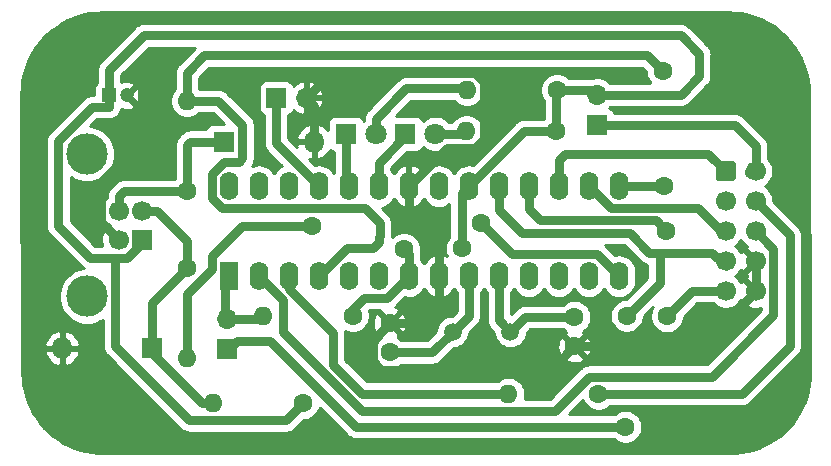
<source format=gbr>
%TF.GenerationSoftware,KiCad,Pcbnew,(5.1.7)-1*%
%TF.CreationDate,2020-11-28T16:53:41+05:30*%
%TF.ProjectId,usbasp_v1,75736261-7370-45f7-9631-2e6b69636164,v1*%
%TF.SameCoordinates,Original*%
%TF.FileFunction,Copper,L2,Bot*%
%TF.FilePolarity,Positive*%
%FSLAX46Y46*%
G04 Gerber Fmt 4.6, Leading zero omitted, Abs format (unit mm)*
G04 Created by KiCad (PCBNEW (5.1.7)-1) date 2020-11-28 16:53:41*
%MOMM*%
%LPD*%
G01*
G04 APERTURE LIST*
%TA.AperFunction,ComponentPad*%
%ADD10C,1.800000*%
%TD*%
%TA.AperFunction,ComponentPad*%
%ADD11R,1.800000X1.800000*%
%TD*%
%TA.AperFunction,ComponentPad*%
%ADD12O,1.600000X1.600000*%
%TD*%
%TA.AperFunction,ComponentPad*%
%ADD13C,1.600000*%
%TD*%
%TA.AperFunction,ComponentPad*%
%ADD14C,1.700000*%
%TD*%
%TA.AperFunction,ComponentPad*%
%ADD15O,1.700000X1.700000*%
%TD*%
%TA.AperFunction,ComponentPad*%
%ADD16R,1.700000X1.700000*%
%TD*%
%TA.AperFunction,ComponentPad*%
%ADD17C,1.200000*%
%TD*%
%TA.AperFunction,ComponentPad*%
%ADD18R,1.200000X1.200000*%
%TD*%
%TA.AperFunction,ComponentPad*%
%ADD19O,1.600000X2.400000*%
%TD*%
%TA.AperFunction,ComponentPad*%
%ADD20R,1.600000X2.400000*%
%TD*%
%TA.AperFunction,ComponentPad*%
%ADD21C,1.500000*%
%TD*%
%TA.AperFunction,ComponentPad*%
%ADD22C,3.500000*%
%TD*%
%TA.AperFunction,ComponentPad*%
%ADD23O,1.800000X1.800000*%
%TD*%
%TA.AperFunction,ViaPad*%
%ADD24C,1.600000*%
%TD*%
%TA.AperFunction,Conductor*%
%ADD25C,0.800000*%
%TD*%
%TA.AperFunction,Conductor*%
%ADD26C,0.254000*%
%TD*%
%TA.AperFunction,Conductor*%
%ADD27C,0.100000*%
%TD*%
G04 APERTURE END LIST*
D10*
%TO.P,D3,2*%
%TO.N,Net-(D3-Pad2)*%
X141528800Y-81280000D03*
D11*
%TO.P,D3,1*%
%TO.N,Net-(D3-Pad1)*%
X138988800Y-81280000D03*
%TD*%
D12*
%TO.P,R5,2*%
%TO.N,Net-(D1-Pad1)*%
X122732800Y-104089200D03*
D13*
%TO.P,R5,1*%
%TO.N,+5V*%
X130352800Y-104089200D03*
%TD*%
D12*
%TO.P,R3,2*%
%TO.N,Net-(R3-Pad2)*%
X120497600Y-100279200D03*
D13*
%TO.P,R3,1*%
%TO.N,Net-(D1-Pad1)*%
X120497600Y-92659200D03*
%TD*%
D12*
%TO.P,R2,2*%
%TO.N,Net-(R2-Pad2)*%
X147726400Y-103276400D03*
D13*
%TO.P,R2,1*%
%TO.N,Net-(J1-Pad4)*%
X155346400Y-103276400D03*
%TD*%
D14*
%TO.P,J1,10*%
%TO.N,GND*%
X168661600Y-94589600D03*
%TO.P,J1,8*%
X168661600Y-92049600D03*
%TO.P,J1,6*%
%TO.N,Net-(J1-Pad6)*%
X168661600Y-89509600D03*
%TO.P,J1,4*%
%TO.N,Net-(J1-Pad4)*%
X168661600Y-86969600D03*
%TO.P,J1,2*%
%TO.N,Net-(J1-Pad2)*%
X168661600Y-84429600D03*
%TO.P,J1,9*%
%TO.N,/MISO*%
X166121600Y-94589600D03*
%TO.P,J1,7*%
%TO.N,/SCK*%
X166121600Y-92049600D03*
%TO.P,J1,5*%
%TO.N,Net-(J1-Pad5)*%
X166121600Y-89509600D03*
%TO.P,J1,3*%
%TO.N,Net-(J1-Pad3)*%
X166121600Y-86969600D03*
%TO.P,J1,1*%
%TO.N,/MOSI*%
%TA.AperFunction,ComponentPad*%
G36*
G01*
X165271600Y-85029600D02*
X165271600Y-83829600D01*
G75*
G02*
X165521600Y-83579600I250000J0D01*
G01*
X166721600Y-83579600D01*
G75*
G02*
X166971600Y-83829600I0J-250000D01*
G01*
X166971600Y-85029600D01*
G75*
G02*
X166721600Y-85279600I-250000J0D01*
G01*
X165521600Y-85279600D01*
G75*
G02*
X165271600Y-85029600I0J250000D01*
G01*
G37*
%TD.AperFunction*%
%TD*%
D15*
%TO.P,JP2,2*%
%TO.N,+5V*%
X155244800Y-77978000D03*
D16*
%TO.P,JP2,1*%
%TO.N,Net-(J1-Pad2)*%
X155244800Y-80518000D03*
%TD*%
D17*
%TO.P,C3,2*%
%TO.N,GND*%
X115393600Y-78028800D03*
D18*
%TO.P,C3,1*%
%TO.N,+5V*%
X113893600Y-78028800D03*
%TD*%
D19*
%TO.P,U1,28*%
%TO.N,Net-(U1-Pad28)*%
X124053600Y-85699600D03*
%TO.P,U1,14*%
%TO.N,Net-(R3-Pad2)*%
X157073600Y-93319600D03*
%TO.P,U1,27*%
%TO.N,Net-(U1-Pad27)*%
X126593600Y-85699600D03*
%TO.P,U1,13*%
%TO.N,Net-(U1-Pad13)*%
X154533600Y-93319600D03*
%TO.P,U1,26*%
%TO.N,Net-(U1-Pad26)*%
X129133600Y-85699600D03*
%TO.P,U1,12*%
%TO.N,Net-(U1-Pad12)*%
X151993600Y-93319600D03*
%TO.P,U1,25*%
%TO.N,Net-(JP3-Pad1)*%
X131673600Y-85699600D03*
%TO.P,U1,11*%
%TO.N,Net-(U1-Pad11)*%
X149453600Y-93319600D03*
%TO.P,U1,24*%
%TO.N,Net-(D4-Pad1)*%
X134213600Y-85699600D03*
%TO.P,U1,10*%
%TO.N,Net-(C2-Pad2)*%
X146913600Y-93319600D03*
%TO.P,U1,23*%
%TO.N,Net-(D3-Pad1)*%
X136753600Y-85699600D03*
%TO.P,U1,9*%
%TO.N,Net-(C1-Pad2)*%
X144373600Y-93319600D03*
%TO.P,U1,22*%
%TO.N,GND*%
X139293600Y-85699600D03*
%TO.P,U1,8*%
X141833600Y-93319600D03*
%TO.P,U1,21*%
%TO.N,Net-(U1-Pad21)*%
X141833600Y-85699600D03*
%TO.P,U1,7*%
%TO.N,+5V*%
X139293600Y-93319600D03*
%TO.P,U1,20*%
X144373600Y-85699600D03*
%TO.P,U1,6*%
%TO.N,Net-(U1-Pad6)*%
X136753600Y-93319600D03*
%TO.P,U1,19*%
%TO.N,/SCK*%
X146913600Y-85699600D03*
%TO.P,U1,5*%
%TO.N,Net-(U1-Pad5)*%
X134213600Y-93319600D03*
%TO.P,U1,18*%
%TO.N,/MISO*%
X149453600Y-85699600D03*
%TO.P,U1,4*%
%TO.N,Net-(R4-Pad2)*%
X131673600Y-93319600D03*
%TO.P,U1,17*%
%TO.N,/MOSI*%
X151993600Y-85699600D03*
%TO.P,U1,3*%
%TO.N,Net-(R2-Pad2)*%
X129133600Y-93319600D03*
%TO.P,U1,16*%
%TO.N,Net-(J1-Pad5)*%
X154533600Y-85699600D03*
%TO.P,U1,2*%
%TO.N,Net-(J1-Pad6)*%
X126593600Y-93319600D03*
%TO.P,U1,15*%
%TO.N,Net-(R4-Pad2)*%
X157073600Y-85699600D03*
D20*
%TO.P,U1,1*%
%TO.N,Net-(JP1-Pad2)*%
X124053600Y-93319600D03*
%TD*%
D21*
%TO.P,Y1,2*%
%TO.N,Net-(C2-Pad2)*%
X147882000Y-98044000D03*
%TO.P,Y1,1*%
%TO.N,Net-(C1-Pad2)*%
X143002000Y-98044000D03*
%TD*%
D12*
%TO.P,R7,2*%
%TO.N,Net-(D4-Pad2)*%
X144221200Y-77571600D03*
D13*
%TO.P,R7,1*%
%TO.N,+5V*%
X151841200Y-77571600D03*
%TD*%
D12*
%TO.P,R6,2*%
%TO.N,Net-(D3-Pad2)*%
X144170400Y-81026000D03*
D13*
%TO.P,R6,1*%
%TO.N,+5V*%
X151790400Y-81026000D03*
%TD*%
D12*
%TO.P,R4,2*%
%TO.N,Net-(R4-Pad2)*%
X120497600Y-78486000D03*
D13*
%TO.P,R4,1*%
%TO.N,Net-(D2-Pad1)*%
X120497600Y-86106000D03*
%TD*%
D12*
%TO.P,R1,2*%
%TO.N,Net-(JP1-Pad2)*%
X126949200Y-96672400D03*
D13*
%TO.P,R1,1*%
%TO.N,+5V*%
X134569200Y-96672400D03*
%TD*%
D15*
%TO.P,JP3,2*%
%TO.N,GND*%
X130606800Y-78232000D03*
D16*
%TO.P,JP3,1*%
%TO.N,Net-(JP3-Pad1)*%
X128066800Y-78232000D03*
%TD*%
D15*
%TO.P,JP1,2*%
%TO.N,Net-(JP1-Pad2)*%
X123901200Y-96977200D03*
D16*
%TO.P,JP1,1*%
%TO.N,/SCK*%
X123901200Y-99517200D03*
%TD*%
D22*
%TO.P,J2,5*%
%TO.N,Net-(J2-Pad5)*%
X112028400Y-83001600D03*
X112028400Y-95041600D03*
D14*
%TO.P,J2,4*%
%TO.N,GND*%
X114738400Y-90271600D03*
%TO.P,J2,3*%
%TO.N,Net-(D2-Pad1)*%
X114738400Y-87771600D03*
%TO.P,J2,2*%
%TO.N,Net-(D1-Pad1)*%
X116738400Y-87771600D03*
D16*
%TO.P,J2,1*%
%TO.N,+5V*%
X116738400Y-90271600D03*
%TD*%
D10*
%TO.P,D4,2*%
%TO.N,Net-(D4-Pad2)*%
X136499600Y-81280000D03*
D11*
%TO.P,D4,1*%
%TO.N,Net-(D4-Pad1)*%
X133959600Y-81280000D03*
%TD*%
D23*
%TO.P,D2,2*%
%TO.N,GND*%
X131267200Y-81940400D03*
D11*
%TO.P,D2,1*%
%TO.N,Net-(D2-Pad1)*%
X123647200Y-81940400D03*
%TD*%
D23*
%TO.P,D1,2*%
%TO.N,GND*%
X109931200Y-99415600D03*
D11*
%TO.P,D1,1*%
%TO.N,Net-(D1-Pad1)*%
X117551200Y-99415600D03*
%TD*%
D13*
%TO.P,C2,2*%
%TO.N,Net-(C2-Pad2)*%
X153314400Y-96763200D03*
%TO.P,C2,1*%
%TO.N,GND*%
X153314400Y-99263200D03*
%TD*%
%TO.P,C1,2*%
%TO.N,Net-(C1-Pad2)*%
X137668000Y-99782000D03*
%TO.P,C1,1*%
%TO.N,GND*%
X137668000Y-97282000D03*
%TD*%
D24*
%TO.N,GND*%
X117348000Y-76352400D03*
X124968000Y-76352400D03*
%TO.N,+5V*%
X138887200Y-91033600D03*
X143764000Y-90982800D03*
%TO.N,/MISO*%
X161137600Y-96723200D03*
X161086800Y-89509600D03*
%TO.N,/SCK*%
X157632400Y-106070400D03*
X157734000Y-96672400D03*
%TO.N,Net-(R3-Pad2)*%
X131114800Y-89052400D03*
X145389600Y-88798400D03*
%TO.N,Net-(R4-Pad2)*%
X160883600Y-85699600D03*
X160782000Y-75946000D03*
%TD*%
D25*
%TO.N,Net-(C1-Pad2)*%
X144373600Y-96672400D02*
X143002000Y-98044000D01*
X144373600Y-93319600D02*
X144373600Y-96672400D01*
X141264000Y-99782000D02*
X143002000Y-98044000D01*
X137668000Y-99782000D02*
X141264000Y-99782000D01*
%TO.N,GND*%
X168661600Y-94589600D02*
X168661600Y-92049600D01*
X116663600Y-81918402D02*
X116663600Y-78994000D01*
X113238399Y-85343603D02*
X116663600Y-81918402D01*
X113238399Y-88771599D02*
X113238399Y-85343603D01*
X114738400Y-90271600D02*
X113238399Y-88771599D01*
X141833600Y-93319600D02*
X141833600Y-90932000D01*
X139293600Y-88392000D02*
X139293600Y-85699600D01*
X141833600Y-90932000D02*
X139293600Y-88392000D01*
X137668000Y-97282000D02*
X140004800Y-97282000D01*
X141833600Y-95453200D02*
X141833600Y-93319600D01*
X140004800Y-97282000D02*
X141833600Y-95453200D01*
X151345599Y-101232001D02*
X153314400Y-99263200D01*
X136971999Y-101232001D02*
X151345599Y-101232001D01*
X136217999Y-100478001D02*
X136971999Y-101232001D01*
X136217999Y-98732001D02*
X136217999Y-100478001D01*
X137668000Y-97282000D02*
X136217999Y-98732001D01*
X163988000Y-99263200D02*
X168661600Y-94589600D01*
X153314400Y-99263200D02*
X163988000Y-99263200D01*
X131267200Y-78892400D02*
X130606800Y-78232000D01*
X131267200Y-81940400D02*
X131267200Y-78892400D01*
X144917201Y-76121599D02*
X132717201Y-76121599D01*
X145671201Y-76875599D02*
X144917201Y-76121599D01*
X144866401Y-82476001D02*
X145671201Y-81671201D01*
X145671201Y-81671201D02*
X145671201Y-76875599D01*
X142517199Y-82476001D02*
X144866401Y-82476001D01*
X139293600Y-85699600D02*
X142517199Y-82476001D01*
X116663600Y-77036800D02*
X117348000Y-76352400D01*
X116663600Y-78994000D02*
X116663600Y-77036800D01*
X132232400Y-76352400D02*
X132359400Y-76479400D01*
X124968000Y-76352400D02*
X132232400Y-76352400D01*
X132359400Y-76479400D02*
X130606800Y-78232000D01*
X132717201Y-76121599D02*
X132359400Y-76479400D01*
%TO.N,Net-(C2-Pad2)*%
X146913600Y-97075600D02*
X147882000Y-98044000D01*
X146913600Y-93319600D02*
X146913600Y-97075600D01*
X149162800Y-96763200D02*
X147882000Y-98044000D01*
X153314400Y-96763200D02*
X149162800Y-96763200D01*
%TO.N,+5V*%
X116738400Y-90491602D02*
X116738400Y-90271600D01*
X115458401Y-91771601D02*
X116738400Y-90491602D01*
X139293600Y-91440000D02*
X138887200Y-91033600D01*
X139293600Y-93319600D02*
X139293600Y-91440000D01*
X143764000Y-86309200D02*
X144373600Y-85699600D01*
X143764000Y-90982800D02*
X143764000Y-86309200D01*
X149047200Y-81026000D02*
X151790400Y-81026000D01*
X144373600Y-85699600D02*
X149047200Y-81026000D01*
X151790400Y-77622400D02*
X151841200Y-77571600D01*
X151790400Y-81026000D02*
X151790400Y-77622400D01*
X154838400Y-77571600D02*
X155244800Y-77978000D01*
X151841200Y-77571600D02*
X154838400Y-77571600D01*
X114428401Y-91873201D02*
X114326801Y-91771601D01*
X114428401Y-99262803D02*
X114428401Y-91873201D01*
X120704799Y-105539201D02*
X114428401Y-99262803D01*
X128902799Y-105539201D02*
X120704799Y-105539201D01*
X130352800Y-104089200D02*
X128902799Y-105539201D01*
X114326801Y-91771601D02*
X115458401Y-91771601D01*
X137443590Y-95169610D02*
X139293600Y-93319600D01*
X135513190Y-95169610D02*
X137443590Y-95169610D01*
X134315200Y-96367600D02*
X135513190Y-95169610D01*
X134315200Y-96875600D02*
X134315200Y-96367600D01*
X109628399Y-89089597D02*
X112310403Y-91771601D01*
X112483998Y-78994000D02*
X109628399Y-81849599D01*
X113893600Y-75895200D02*
X113893600Y-78994000D01*
X109628399Y-81849599D02*
X109628399Y-89089597D01*
X162306000Y-72948800D02*
X116840000Y-72948800D01*
X163880800Y-74523600D02*
X162306000Y-72948800D01*
X163880800Y-76403200D02*
X163880800Y-74523600D01*
X113893600Y-78994000D02*
X112483998Y-78994000D01*
X162306000Y-77978000D02*
X163880800Y-76403200D01*
X112310403Y-91771601D02*
X114326801Y-91771601D01*
X116840000Y-72948800D02*
X113893600Y-75895200D01*
X155244800Y-77978000D02*
X162306000Y-77978000D01*
%TO.N,Net-(D1-Pad1)*%
X117940481Y-87771600D02*
X116738400Y-87771600D01*
X120497600Y-90328719D02*
X117940481Y-87771600D01*
X120497600Y-92659200D02*
X120497600Y-90328719D01*
X117551200Y-95605600D02*
X120497600Y-92659200D01*
X117551200Y-99415600D02*
X117551200Y-95605600D01*
X117551200Y-99872800D02*
X117551200Y-99415600D01*
X121767600Y-104089200D02*
X117551200Y-99872800D01*
X122732800Y-104089200D02*
X121767600Y-104089200D01*
%TO.N,Net-(D2-Pad1)*%
X114738400Y-86569519D02*
X114738400Y-87771600D01*
X115201919Y-86106000D02*
X114738400Y-86569519D01*
X120497600Y-86106000D02*
X115201919Y-86106000D01*
X123647200Y-81940400D02*
X120802400Y-81940400D01*
X120497600Y-82245200D02*
X120497600Y-86106000D01*
X120802400Y-81940400D02*
X120497600Y-82245200D01*
%TO.N,Net-(D3-Pad2)*%
X143916400Y-81280000D02*
X144170400Y-81026000D01*
X141528800Y-81280000D02*
X143916400Y-81280000D01*
%TO.N,Net-(D3-Pad1)*%
X138988800Y-81280000D02*
X138988800Y-81483200D01*
X136753600Y-83718400D02*
X136753600Y-85699600D01*
X138988800Y-81483200D02*
X136753600Y-83718400D01*
%TO.N,Net-(D4-Pad2)*%
X136499600Y-80007208D02*
X139087608Y-77419200D01*
X136499600Y-81280000D02*
X136499600Y-80007208D01*
X144068800Y-77419200D02*
X144221200Y-77571600D01*
X139087608Y-77419200D02*
X144068800Y-77419200D01*
%TO.N,Net-(D4-Pad1)*%
X133959600Y-85445600D02*
X134213600Y-85699600D01*
X133959600Y-81280000D02*
X133959600Y-85445600D01*
%TO.N,Net-(J1-Pad6)*%
X126593600Y-93319600D02*
X126593600Y-93827600D01*
X128625600Y-95351600D02*
X126593600Y-93319600D01*
X128625600Y-98068140D02*
X128625600Y-95351600D01*
X135283861Y-104726401D02*
X128625600Y-98068140D01*
X154561201Y-101826399D02*
X151661199Y-104726401D01*
X164986939Y-101826399D02*
X154561201Y-101826399D01*
X170161601Y-96651737D02*
X164986939Y-101826399D01*
X170161601Y-91009601D02*
X170161601Y-96651737D01*
X151661199Y-104726401D02*
X135283861Y-104726401D01*
X168661600Y-89509600D02*
X170161601Y-91009601D01*
%TO.N,Net-(J1-Pad4)*%
X155346400Y-103276400D02*
X155549600Y-103276400D01*
X155346400Y-103276400D02*
X167487600Y-103276400D01*
X167487600Y-103276400D02*
X171551600Y-99212400D01*
X171551600Y-89859600D02*
X168661600Y-86969600D01*
X171551600Y-99212400D02*
X171551600Y-89859600D01*
%TO.N,Net-(J1-Pad2)*%
X168121600Y-84429600D02*
X168121600Y-84555600D01*
X155244800Y-80518000D02*
X166878000Y-80518000D01*
X168661600Y-82301600D02*
X168661600Y-84429600D01*
X166878000Y-80518000D02*
X168661600Y-82301600D01*
%TO.N,/MISO*%
X160176820Y-88599620D02*
X150372420Y-88599620D01*
X149453600Y-87680800D02*
X149453600Y-85699600D01*
X150372420Y-88599620D02*
X149453600Y-87680800D01*
X161086800Y-89509600D02*
X160176820Y-88599620D01*
X163271200Y-94589600D02*
X161137600Y-96723200D01*
X166121600Y-94589600D02*
X163271200Y-94589600D01*
%TO.N,/SCK*%
X166121600Y-92049600D02*
X166121600Y-92461600D01*
X166121600Y-92461600D02*
X164998400Y-91338400D01*
X146913600Y-87699600D02*
X146913600Y-85699600D01*
X148863629Y-89649629D02*
X146913600Y-87699600D01*
X157975630Y-89649630D02*
X148863629Y-89649629D01*
X159664400Y-91338400D02*
X157975630Y-89649630D01*
X160477200Y-91338400D02*
X159664400Y-91338400D01*
X157734000Y-96672400D02*
X160528000Y-93878400D01*
X160528000Y-93878400D02*
X160528000Y-91338400D01*
X160528000Y-91338400D02*
X160477200Y-91338400D01*
X164998400Y-91338400D02*
X160528000Y-91338400D01*
X134784802Y-106070400D02*
X157632400Y-106070400D01*
X127571202Y-98856800D02*
X134784802Y-106070400D01*
X124714000Y-98856800D02*
X127571202Y-98856800D01*
X123748800Y-99822000D02*
X124714000Y-98856800D01*
%TO.N,Net-(J1-Pad5)*%
X156383610Y-87549610D02*
X163749610Y-87549610D01*
X154533600Y-85699600D02*
X156383610Y-87549610D01*
X165709600Y-89509600D02*
X166121600Y-89509600D01*
X163749610Y-87549610D02*
X165709600Y-89509600D01*
%TO.N,/MOSI*%
X166121600Y-84429600D02*
X166121600Y-84525600D01*
X166121600Y-84429600D02*
X164648400Y-82956400D01*
X164648400Y-82956400D02*
X152501600Y-82956400D01*
X151993600Y-83464400D02*
X151993600Y-85699600D01*
X152501600Y-82956400D02*
X151993600Y-83464400D01*
%TO.N,Net-(JP1-Pad2)*%
X126644400Y-96926400D02*
X126695200Y-96875600D01*
X123748800Y-96926400D02*
X126644400Y-96926400D01*
X123748800Y-93624400D02*
X123748800Y-96926400D01*
X124053600Y-93319600D02*
X123748800Y-93624400D01*
%TO.N,Net-(JP3-Pad1)*%
X128066800Y-82092800D02*
X128066800Y-78232000D01*
X131673600Y-85699600D02*
X128066800Y-82092800D01*
%TO.N,Net-(R2-Pad2)*%
X135318798Y-103276400D02*
X147726400Y-103276400D01*
X132865199Y-100822801D02*
X135318798Y-103276400D01*
X132865199Y-98106261D02*
X132865199Y-100822801D01*
X129133600Y-94374662D02*
X132865199Y-98106261D01*
X129133600Y-93319600D02*
X129133600Y-94374662D01*
%TO.N,Net-(R3-Pad2)*%
X125150798Y-89052400D02*
X131114800Y-89052400D01*
X120497600Y-100279200D02*
X120497600Y-94805202D01*
X120497600Y-94805202D02*
X122603599Y-92699203D01*
X122603599Y-92699203D02*
X122603599Y-91599599D01*
X122603599Y-91599599D02*
X125150798Y-89052400D01*
X157073600Y-93319600D02*
X155223590Y-91469590D01*
X155223590Y-91469590D02*
X148060790Y-91469590D01*
X148060790Y-91469590D02*
X145389600Y-88798400D01*
%TO.N,Net-(R4-Pad2)*%
X157073600Y-85699600D02*
X160883600Y-85699600D01*
X131673600Y-93319600D02*
X134061200Y-90932000D01*
X134061200Y-90932000D02*
X136296400Y-90932000D01*
X136296400Y-90932000D02*
X136804400Y-90424000D01*
X136804400Y-90017600D02*
X136855200Y-89966800D01*
X136804400Y-90424000D02*
X136804400Y-90017600D01*
X136855200Y-89966800D02*
X136855200Y-88849200D01*
X123162802Y-78486000D02*
X120497600Y-78486000D01*
X125197201Y-80520399D02*
X123162802Y-78486000D01*
X123634977Y-83667600D02*
X124890002Y-83667600D01*
X122603590Y-84698987D02*
X123634977Y-83667600D01*
X125197201Y-83360401D02*
X125197201Y-80520399D01*
X124890002Y-83667600D02*
X125197201Y-83360401D01*
X122603590Y-86700213D02*
X122603590Y-84698987D01*
X123452987Y-87549610D02*
X122603590Y-86700213D01*
X135555610Y-87549610D02*
X123452987Y-87549610D01*
X136855200Y-88849200D02*
X135555610Y-87549610D01*
X159461200Y-74625200D02*
X160782000Y-75946000D01*
X121970800Y-74625200D02*
X159461200Y-74625200D01*
X120497600Y-76098400D02*
X121970800Y-74625200D01*
X120497600Y-78486000D02*
X120497600Y-76098400D01*
%TD*%
D26*
%TO.N,GND*%
X166819410Y-71012208D02*
X167328860Y-71069460D01*
X167832601Y-71164521D01*
X168327873Y-71296870D01*
X168811906Y-71465768D01*
X169281991Y-71670270D01*
X169735528Y-71909244D01*
X170169994Y-72181362D01*
X170582970Y-72485106D01*
X170972158Y-72818789D01*
X171335381Y-73180541D01*
X171670631Y-73568365D01*
X171976054Y-73980114D01*
X172249931Y-74413477D01*
X172490739Y-74866036D01*
X172697147Y-75335293D01*
X172868004Y-75818630D01*
X173002359Y-76313359D01*
X173099464Y-76816726D01*
X173158781Y-77325934D01*
X173180074Y-77840494D01*
X173275698Y-101427756D01*
X173258388Y-101945150D01*
X173202621Y-102457424D01*
X173108632Y-102964068D01*
X172976943Y-103462265D01*
X172808304Y-103949176D01*
X172603650Y-104422105D01*
X172364149Y-104878349D01*
X172091125Y-105315389D01*
X171786135Y-105730729D01*
X171450873Y-106122065D01*
X171087251Y-106487163D01*
X170697287Y-106824002D01*
X170283178Y-107130679D01*
X169847257Y-107405468D01*
X169391975Y-107646822D01*
X168919900Y-107853384D01*
X168433656Y-108024002D01*
X167936021Y-108157703D01*
X167429731Y-108253751D01*
X166917708Y-108311592D01*
X166400375Y-108331000D01*
X113450858Y-108331000D01*
X112936190Y-108311792D01*
X112426740Y-108254540D01*
X111922999Y-108159479D01*
X111427727Y-108027130D01*
X110943694Y-107858232D01*
X110473609Y-107653730D01*
X110020072Y-107414756D01*
X109585606Y-107142638D01*
X109172630Y-106838894D01*
X108783442Y-106505211D01*
X108420219Y-106143459D01*
X108084969Y-105755635D01*
X107779546Y-105343886D01*
X107505669Y-104910523D01*
X107264861Y-104457964D01*
X107058453Y-103988707D01*
X106887596Y-103505370D01*
X106753241Y-103010641D01*
X106656136Y-102507274D01*
X106596819Y-101998066D01*
X106575526Y-101483506D01*
X106568622Y-99780340D01*
X108440164Y-99780340D01*
X108488806Y-99940707D01*
X108618964Y-100212014D01*
X108799551Y-100452716D01*
X109023627Y-100653562D01*
X109282580Y-100806834D01*
X109566459Y-100906641D01*
X109804200Y-100786592D01*
X109804200Y-99542600D01*
X110058200Y-99542600D01*
X110058200Y-100786592D01*
X110295941Y-100906641D01*
X110579820Y-100806834D01*
X110838773Y-100653562D01*
X111062849Y-100452716D01*
X111243436Y-100212014D01*
X111373594Y-99940707D01*
X111422236Y-99780340D01*
X111301578Y-99542600D01*
X110058200Y-99542600D01*
X109804200Y-99542600D01*
X108560822Y-99542600D01*
X108440164Y-99780340D01*
X106568622Y-99780340D01*
X106565665Y-99050860D01*
X108440164Y-99050860D01*
X108560822Y-99288600D01*
X109804200Y-99288600D01*
X109804200Y-98044608D01*
X110058200Y-98044608D01*
X110058200Y-99288600D01*
X111301578Y-99288600D01*
X111422236Y-99050860D01*
X111373594Y-98890493D01*
X111243436Y-98619186D01*
X111062849Y-98378484D01*
X110838773Y-98177638D01*
X110579820Y-98024366D01*
X110295941Y-97924559D01*
X110058200Y-98044608D01*
X109804200Y-98044608D01*
X109566459Y-97924559D01*
X109282580Y-98024366D01*
X109023627Y-98177638D01*
X108799551Y-98378484D01*
X108618964Y-98619186D01*
X108488806Y-98890493D01*
X108440164Y-99050860D01*
X106565665Y-99050860D01*
X106495930Y-81849599D01*
X108588393Y-81849599D01*
X108593399Y-81900427D01*
X108593400Y-89038759D01*
X108588393Y-89089597D01*
X108608376Y-89292492D01*
X108667559Y-89487590D01*
X108763665Y-89667394D01*
X108860596Y-89785504D01*
X108893004Y-89824993D01*
X108932491Y-89857399D01*
X111542599Y-92467508D01*
X111575007Y-92506997D01*
X111614495Y-92539404D01*
X111732605Y-92636335D01*
X111776751Y-92659931D01*
X111332721Y-92748254D01*
X110898679Y-92928040D01*
X110508051Y-93189050D01*
X110175850Y-93521251D01*
X109914840Y-93911879D01*
X109735054Y-94345921D01*
X109643400Y-94806698D01*
X109643400Y-95276502D01*
X109735054Y-95737279D01*
X109914840Y-96171321D01*
X110175850Y-96561949D01*
X110508051Y-96894150D01*
X110898679Y-97155160D01*
X111332721Y-97334946D01*
X111793498Y-97426600D01*
X112263302Y-97426600D01*
X112724079Y-97334946D01*
X113158121Y-97155160D01*
X113393401Y-96997950D01*
X113393401Y-99211975D01*
X113388395Y-99262803D01*
X113393401Y-99313631D01*
X113393401Y-99313640D01*
X113408377Y-99465697D01*
X113467560Y-99660795D01*
X113563667Y-99840600D01*
X113693005Y-99998199D01*
X113732498Y-100030610D01*
X119936996Y-106235109D01*
X119969403Y-106274597D01*
X120008891Y-106307004D01*
X120127001Y-106403935D01*
X120223108Y-106455305D01*
X120306806Y-106500042D01*
X120501904Y-106559225D01*
X120653961Y-106574201D01*
X120653970Y-106574201D01*
X120704798Y-106579207D01*
X120755626Y-106574201D01*
X128851971Y-106574201D01*
X128902799Y-106579207D01*
X128953627Y-106574201D01*
X128953637Y-106574201D01*
X129105694Y-106559225D01*
X129300792Y-106500042D01*
X129480596Y-106403935D01*
X129638195Y-106274597D01*
X129670606Y-106235104D01*
X130381511Y-105524200D01*
X130494135Y-105524200D01*
X130771374Y-105469053D01*
X131032527Y-105360880D01*
X131267559Y-105203837D01*
X131467437Y-105003959D01*
X131624480Y-104768927D01*
X131732653Y-104507774D01*
X131736936Y-104486244D01*
X134016999Y-106766308D01*
X134049406Y-106805796D01*
X134088894Y-106838203D01*
X134207004Y-106935134D01*
X134300595Y-106985159D01*
X134386809Y-107031241D01*
X134581907Y-107090424D01*
X134733964Y-107105400D01*
X134733966Y-107105400D01*
X134784802Y-107110407D01*
X134835637Y-107105400D01*
X156638004Y-107105400D01*
X156717641Y-107185037D01*
X156952673Y-107342080D01*
X157213826Y-107450253D01*
X157491065Y-107505400D01*
X157773735Y-107505400D01*
X158050974Y-107450253D01*
X158312127Y-107342080D01*
X158547159Y-107185037D01*
X158747037Y-106985159D01*
X158904080Y-106750127D01*
X159012253Y-106488974D01*
X159067400Y-106211735D01*
X159067400Y-105929065D01*
X159012253Y-105651826D01*
X158904080Y-105390673D01*
X158747037Y-105155641D01*
X158547159Y-104955763D01*
X158312127Y-104798720D01*
X158050974Y-104690547D01*
X157773735Y-104635400D01*
X157491065Y-104635400D01*
X157213826Y-104690547D01*
X156952673Y-104798720D01*
X156717641Y-104955763D01*
X156638004Y-105035400D01*
X152815910Y-105035400D01*
X154022135Y-103829176D01*
X154074720Y-103956127D01*
X154231763Y-104191159D01*
X154431641Y-104391037D01*
X154666673Y-104548080D01*
X154927826Y-104656253D01*
X155205065Y-104711400D01*
X155487735Y-104711400D01*
X155764974Y-104656253D01*
X156026127Y-104548080D01*
X156261159Y-104391037D01*
X156340796Y-104311400D01*
X167436772Y-104311400D01*
X167487600Y-104316406D01*
X167538428Y-104311400D01*
X167538438Y-104311400D01*
X167690495Y-104296424D01*
X167885593Y-104237241D01*
X168065397Y-104141134D01*
X168222996Y-104011796D01*
X168255407Y-103972303D01*
X172247508Y-99980203D01*
X172286996Y-99947796D01*
X172357439Y-99861961D01*
X172416334Y-99790198D01*
X172485500Y-99660796D01*
X172512441Y-99610393D01*
X172571624Y-99415295D01*
X172586600Y-99263238D01*
X172586600Y-99263236D01*
X172591607Y-99212400D01*
X172586600Y-99161565D01*
X172586600Y-89910427D01*
X172591606Y-89859599D01*
X172586600Y-89808771D01*
X172586600Y-89808762D01*
X172571624Y-89656705D01*
X172512441Y-89461607D01*
X172437656Y-89321693D01*
X172416334Y-89281802D01*
X172319403Y-89163692D01*
X172286996Y-89124204D01*
X172247508Y-89091797D01*
X170146600Y-86990890D01*
X170146600Y-86823340D01*
X170089532Y-86536442D01*
X169977590Y-86266189D01*
X169815075Y-86022968D01*
X169608232Y-85816125D01*
X169433840Y-85699600D01*
X169608232Y-85583075D01*
X169815075Y-85376232D01*
X169977590Y-85133011D01*
X170089532Y-84862758D01*
X170146600Y-84575860D01*
X170146600Y-84283340D01*
X170089532Y-83996442D01*
X169977590Y-83726189D01*
X169815075Y-83482968D01*
X169696600Y-83364493D01*
X169696600Y-82352427D01*
X169701606Y-82301599D01*
X169696600Y-82250771D01*
X169696600Y-82250762D01*
X169681624Y-82098705D01*
X169622441Y-81903607D01*
X169577317Y-81819185D01*
X169526334Y-81723802D01*
X169429403Y-81605692D01*
X169396996Y-81566204D01*
X169357508Y-81533797D01*
X167645807Y-79822097D01*
X167613396Y-79782604D01*
X167455797Y-79653266D01*
X167275993Y-79557159D01*
X167080895Y-79497976D01*
X166928838Y-79483000D01*
X166928828Y-79483000D01*
X166878000Y-79477994D01*
X166827172Y-79483000D01*
X156702254Y-79483000D01*
X156684302Y-79423820D01*
X156625337Y-79313506D01*
X156545985Y-79216815D01*
X156449294Y-79137463D01*
X156338980Y-79078498D01*
X156266420Y-79056487D01*
X156309907Y-79013000D01*
X162255172Y-79013000D01*
X162306000Y-79018006D01*
X162356828Y-79013000D01*
X162356838Y-79013000D01*
X162508895Y-78998024D01*
X162703993Y-78938841D01*
X162883797Y-78842734D01*
X163041396Y-78713396D01*
X163073807Y-78673903D01*
X164576708Y-77171003D01*
X164616196Y-77138596D01*
X164648603Y-77099108D01*
X164745534Y-76980998D01*
X164841641Y-76801194D01*
X164859012Y-76743928D01*
X164900824Y-76606095D01*
X164915800Y-76454038D01*
X164915800Y-76454035D01*
X164920807Y-76403200D01*
X164915800Y-76352365D01*
X164915800Y-74574435D01*
X164920807Y-74523600D01*
X164915800Y-74472762D01*
X164900824Y-74320705D01*
X164841641Y-74125607D01*
X164841641Y-74125606D01*
X164745534Y-73945802D01*
X164648603Y-73827692D01*
X164616196Y-73788204D01*
X164576708Y-73755797D01*
X163073807Y-72252897D01*
X163041396Y-72213404D01*
X162883797Y-72084066D01*
X162703993Y-71987959D01*
X162508895Y-71928776D01*
X162356838Y-71913800D01*
X162356828Y-71913800D01*
X162306000Y-71908794D01*
X162255172Y-71913800D01*
X116890835Y-71913800D01*
X116840000Y-71908793D01*
X116789165Y-71913800D01*
X116789162Y-71913800D01*
X116637105Y-71928776D01*
X116442007Y-71987959D01*
X116358309Y-72032696D01*
X116262202Y-72084066D01*
X116144092Y-72180997D01*
X116104604Y-72213404D01*
X116072197Y-72252892D01*
X113197697Y-75127393D01*
X113158204Y-75159804D01*
X113028866Y-75317403D01*
X112932759Y-75497208D01*
X112873576Y-75692306D01*
X112858600Y-75844363D01*
X112858600Y-75844372D01*
X112853594Y-75895200D01*
X112858600Y-75946028D01*
X112858600Y-76964332D01*
X112842415Y-76977615D01*
X112763063Y-77074306D01*
X112704098Y-77184620D01*
X112667788Y-77304318D01*
X112655528Y-77428800D01*
X112655528Y-77959000D01*
X112534833Y-77959000D01*
X112483998Y-77953993D01*
X112433163Y-77959000D01*
X112433160Y-77959000D01*
X112281103Y-77973976D01*
X112086005Y-78033159D01*
X112021896Y-78067426D01*
X111906200Y-78129266D01*
X111788090Y-78226197D01*
X111748602Y-78258604D01*
X111716195Y-78298092D01*
X108932496Y-81081792D01*
X108893003Y-81114203D01*
X108763665Y-81271802D01*
X108667558Y-81451607D01*
X108608375Y-81646705D01*
X108593399Y-81798762D01*
X108593399Y-81798771D01*
X108588393Y-81849599D01*
X106495930Y-81849599D01*
X106479902Y-77896244D01*
X106497212Y-77378850D01*
X106552979Y-76866576D01*
X106646968Y-76359932D01*
X106778657Y-75861735D01*
X106947296Y-75374824D01*
X107151950Y-74901895D01*
X107391451Y-74445651D01*
X107664475Y-74008611D01*
X107969465Y-73593271D01*
X108304727Y-73201935D01*
X108668349Y-72836837D01*
X109058313Y-72499998D01*
X109472422Y-72193321D01*
X109908343Y-71918532D01*
X110363625Y-71677178D01*
X110835700Y-71470616D01*
X111321944Y-71299998D01*
X111819579Y-71166297D01*
X112325869Y-71070249D01*
X112837892Y-71012408D01*
X113355225Y-70993000D01*
X166304742Y-70993000D01*
X166819410Y-71012208D01*
%TA.AperFunction,Conductor*%
D27*
G36*
X166819410Y-71012208D02*
G01*
X167328860Y-71069460D01*
X167832601Y-71164521D01*
X168327873Y-71296870D01*
X168811906Y-71465768D01*
X169281991Y-71670270D01*
X169735528Y-71909244D01*
X170169994Y-72181362D01*
X170582970Y-72485106D01*
X170972158Y-72818789D01*
X171335381Y-73180541D01*
X171670631Y-73568365D01*
X171976054Y-73980114D01*
X172249931Y-74413477D01*
X172490739Y-74866036D01*
X172697147Y-75335293D01*
X172868004Y-75818630D01*
X173002359Y-76313359D01*
X173099464Y-76816726D01*
X173158781Y-77325934D01*
X173180074Y-77840494D01*
X173275698Y-101427756D01*
X173258388Y-101945150D01*
X173202621Y-102457424D01*
X173108632Y-102964068D01*
X172976943Y-103462265D01*
X172808304Y-103949176D01*
X172603650Y-104422105D01*
X172364149Y-104878349D01*
X172091125Y-105315389D01*
X171786135Y-105730729D01*
X171450873Y-106122065D01*
X171087251Y-106487163D01*
X170697287Y-106824002D01*
X170283178Y-107130679D01*
X169847257Y-107405468D01*
X169391975Y-107646822D01*
X168919900Y-107853384D01*
X168433656Y-108024002D01*
X167936021Y-108157703D01*
X167429731Y-108253751D01*
X166917708Y-108311592D01*
X166400375Y-108331000D01*
X113450858Y-108331000D01*
X112936190Y-108311792D01*
X112426740Y-108254540D01*
X111922999Y-108159479D01*
X111427727Y-108027130D01*
X110943694Y-107858232D01*
X110473609Y-107653730D01*
X110020072Y-107414756D01*
X109585606Y-107142638D01*
X109172630Y-106838894D01*
X108783442Y-106505211D01*
X108420219Y-106143459D01*
X108084969Y-105755635D01*
X107779546Y-105343886D01*
X107505669Y-104910523D01*
X107264861Y-104457964D01*
X107058453Y-103988707D01*
X106887596Y-103505370D01*
X106753241Y-103010641D01*
X106656136Y-102507274D01*
X106596819Y-101998066D01*
X106575526Y-101483506D01*
X106568622Y-99780340D01*
X108440164Y-99780340D01*
X108488806Y-99940707D01*
X108618964Y-100212014D01*
X108799551Y-100452716D01*
X109023627Y-100653562D01*
X109282580Y-100806834D01*
X109566459Y-100906641D01*
X109804200Y-100786592D01*
X109804200Y-99542600D01*
X110058200Y-99542600D01*
X110058200Y-100786592D01*
X110295941Y-100906641D01*
X110579820Y-100806834D01*
X110838773Y-100653562D01*
X111062849Y-100452716D01*
X111243436Y-100212014D01*
X111373594Y-99940707D01*
X111422236Y-99780340D01*
X111301578Y-99542600D01*
X110058200Y-99542600D01*
X109804200Y-99542600D01*
X108560822Y-99542600D01*
X108440164Y-99780340D01*
X106568622Y-99780340D01*
X106565665Y-99050860D01*
X108440164Y-99050860D01*
X108560822Y-99288600D01*
X109804200Y-99288600D01*
X109804200Y-98044608D01*
X110058200Y-98044608D01*
X110058200Y-99288600D01*
X111301578Y-99288600D01*
X111422236Y-99050860D01*
X111373594Y-98890493D01*
X111243436Y-98619186D01*
X111062849Y-98378484D01*
X110838773Y-98177638D01*
X110579820Y-98024366D01*
X110295941Y-97924559D01*
X110058200Y-98044608D01*
X109804200Y-98044608D01*
X109566459Y-97924559D01*
X109282580Y-98024366D01*
X109023627Y-98177638D01*
X108799551Y-98378484D01*
X108618964Y-98619186D01*
X108488806Y-98890493D01*
X108440164Y-99050860D01*
X106565665Y-99050860D01*
X106495930Y-81849599D01*
X108588393Y-81849599D01*
X108593399Y-81900427D01*
X108593400Y-89038759D01*
X108588393Y-89089597D01*
X108608376Y-89292492D01*
X108667559Y-89487590D01*
X108763665Y-89667394D01*
X108860596Y-89785504D01*
X108893004Y-89824993D01*
X108932491Y-89857399D01*
X111542599Y-92467508D01*
X111575007Y-92506997D01*
X111614495Y-92539404D01*
X111732605Y-92636335D01*
X111776751Y-92659931D01*
X111332721Y-92748254D01*
X110898679Y-92928040D01*
X110508051Y-93189050D01*
X110175850Y-93521251D01*
X109914840Y-93911879D01*
X109735054Y-94345921D01*
X109643400Y-94806698D01*
X109643400Y-95276502D01*
X109735054Y-95737279D01*
X109914840Y-96171321D01*
X110175850Y-96561949D01*
X110508051Y-96894150D01*
X110898679Y-97155160D01*
X111332721Y-97334946D01*
X111793498Y-97426600D01*
X112263302Y-97426600D01*
X112724079Y-97334946D01*
X113158121Y-97155160D01*
X113393401Y-96997950D01*
X113393401Y-99211975D01*
X113388395Y-99262803D01*
X113393401Y-99313631D01*
X113393401Y-99313640D01*
X113408377Y-99465697D01*
X113467560Y-99660795D01*
X113563667Y-99840600D01*
X113693005Y-99998199D01*
X113732498Y-100030610D01*
X119936996Y-106235109D01*
X119969403Y-106274597D01*
X120008891Y-106307004D01*
X120127001Y-106403935D01*
X120223108Y-106455305D01*
X120306806Y-106500042D01*
X120501904Y-106559225D01*
X120653961Y-106574201D01*
X120653970Y-106574201D01*
X120704798Y-106579207D01*
X120755626Y-106574201D01*
X128851971Y-106574201D01*
X128902799Y-106579207D01*
X128953627Y-106574201D01*
X128953637Y-106574201D01*
X129105694Y-106559225D01*
X129300792Y-106500042D01*
X129480596Y-106403935D01*
X129638195Y-106274597D01*
X129670606Y-106235104D01*
X130381511Y-105524200D01*
X130494135Y-105524200D01*
X130771374Y-105469053D01*
X131032527Y-105360880D01*
X131267559Y-105203837D01*
X131467437Y-105003959D01*
X131624480Y-104768927D01*
X131732653Y-104507774D01*
X131736936Y-104486244D01*
X134016999Y-106766308D01*
X134049406Y-106805796D01*
X134088894Y-106838203D01*
X134207004Y-106935134D01*
X134300595Y-106985159D01*
X134386809Y-107031241D01*
X134581907Y-107090424D01*
X134733964Y-107105400D01*
X134733966Y-107105400D01*
X134784802Y-107110407D01*
X134835637Y-107105400D01*
X156638004Y-107105400D01*
X156717641Y-107185037D01*
X156952673Y-107342080D01*
X157213826Y-107450253D01*
X157491065Y-107505400D01*
X157773735Y-107505400D01*
X158050974Y-107450253D01*
X158312127Y-107342080D01*
X158547159Y-107185037D01*
X158747037Y-106985159D01*
X158904080Y-106750127D01*
X159012253Y-106488974D01*
X159067400Y-106211735D01*
X159067400Y-105929065D01*
X159012253Y-105651826D01*
X158904080Y-105390673D01*
X158747037Y-105155641D01*
X158547159Y-104955763D01*
X158312127Y-104798720D01*
X158050974Y-104690547D01*
X157773735Y-104635400D01*
X157491065Y-104635400D01*
X157213826Y-104690547D01*
X156952673Y-104798720D01*
X156717641Y-104955763D01*
X156638004Y-105035400D01*
X152815910Y-105035400D01*
X154022135Y-103829176D01*
X154074720Y-103956127D01*
X154231763Y-104191159D01*
X154431641Y-104391037D01*
X154666673Y-104548080D01*
X154927826Y-104656253D01*
X155205065Y-104711400D01*
X155487735Y-104711400D01*
X155764974Y-104656253D01*
X156026127Y-104548080D01*
X156261159Y-104391037D01*
X156340796Y-104311400D01*
X167436772Y-104311400D01*
X167487600Y-104316406D01*
X167538428Y-104311400D01*
X167538438Y-104311400D01*
X167690495Y-104296424D01*
X167885593Y-104237241D01*
X168065397Y-104141134D01*
X168222996Y-104011796D01*
X168255407Y-103972303D01*
X172247508Y-99980203D01*
X172286996Y-99947796D01*
X172357439Y-99861961D01*
X172416334Y-99790198D01*
X172485500Y-99660796D01*
X172512441Y-99610393D01*
X172571624Y-99415295D01*
X172586600Y-99263238D01*
X172586600Y-99263236D01*
X172591607Y-99212400D01*
X172586600Y-99161565D01*
X172586600Y-89910427D01*
X172591606Y-89859599D01*
X172586600Y-89808771D01*
X172586600Y-89808762D01*
X172571624Y-89656705D01*
X172512441Y-89461607D01*
X172437656Y-89321693D01*
X172416334Y-89281802D01*
X172319403Y-89163692D01*
X172286996Y-89124204D01*
X172247508Y-89091797D01*
X170146600Y-86990890D01*
X170146600Y-86823340D01*
X170089532Y-86536442D01*
X169977590Y-86266189D01*
X169815075Y-86022968D01*
X169608232Y-85816125D01*
X169433840Y-85699600D01*
X169608232Y-85583075D01*
X169815075Y-85376232D01*
X169977590Y-85133011D01*
X170089532Y-84862758D01*
X170146600Y-84575860D01*
X170146600Y-84283340D01*
X170089532Y-83996442D01*
X169977590Y-83726189D01*
X169815075Y-83482968D01*
X169696600Y-83364493D01*
X169696600Y-82352427D01*
X169701606Y-82301599D01*
X169696600Y-82250771D01*
X169696600Y-82250762D01*
X169681624Y-82098705D01*
X169622441Y-81903607D01*
X169577317Y-81819185D01*
X169526334Y-81723802D01*
X169429403Y-81605692D01*
X169396996Y-81566204D01*
X169357508Y-81533797D01*
X167645807Y-79822097D01*
X167613396Y-79782604D01*
X167455797Y-79653266D01*
X167275993Y-79557159D01*
X167080895Y-79497976D01*
X166928838Y-79483000D01*
X166928828Y-79483000D01*
X166878000Y-79477994D01*
X166827172Y-79483000D01*
X156702254Y-79483000D01*
X156684302Y-79423820D01*
X156625337Y-79313506D01*
X156545985Y-79216815D01*
X156449294Y-79137463D01*
X156338980Y-79078498D01*
X156266420Y-79056487D01*
X156309907Y-79013000D01*
X162255172Y-79013000D01*
X162306000Y-79018006D01*
X162356828Y-79013000D01*
X162356838Y-79013000D01*
X162508895Y-78998024D01*
X162703993Y-78938841D01*
X162883797Y-78842734D01*
X163041396Y-78713396D01*
X163073807Y-78673903D01*
X164576708Y-77171003D01*
X164616196Y-77138596D01*
X164648603Y-77099108D01*
X164745534Y-76980998D01*
X164841641Y-76801194D01*
X164859012Y-76743928D01*
X164900824Y-76606095D01*
X164915800Y-76454038D01*
X164915800Y-76454035D01*
X164920807Y-76403200D01*
X164915800Y-76352365D01*
X164915800Y-74574435D01*
X164920807Y-74523600D01*
X164915800Y-74472762D01*
X164900824Y-74320705D01*
X164841641Y-74125607D01*
X164841641Y-74125606D01*
X164745534Y-73945802D01*
X164648603Y-73827692D01*
X164616196Y-73788204D01*
X164576708Y-73755797D01*
X163073807Y-72252897D01*
X163041396Y-72213404D01*
X162883797Y-72084066D01*
X162703993Y-71987959D01*
X162508895Y-71928776D01*
X162356838Y-71913800D01*
X162356828Y-71913800D01*
X162306000Y-71908794D01*
X162255172Y-71913800D01*
X116890835Y-71913800D01*
X116840000Y-71908793D01*
X116789165Y-71913800D01*
X116789162Y-71913800D01*
X116637105Y-71928776D01*
X116442007Y-71987959D01*
X116358309Y-72032696D01*
X116262202Y-72084066D01*
X116144092Y-72180997D01*
X116104604Y-72213404D01*
X116072197Y-72252892D01*
X113197697Y-75127393D01*
X113158204Y-75159804D01*
X113028866Y-75317403D01*
X112932759Y-75497208D01*
X112873576Y-75692306D01*
X112858600Y-75844363D01*
X112858600Y-75844372D01*
X112853594Y-75895200D01*
X112858600Y-75946028D01*
X112858600Y-76964332D01*
X112842415Y-76977615D01*
X112763063Y-77074306D01*
X112704098Y-77184620D01*
X112667788Y-77304318D01*
X112655528Y-77428800D01*
X112655528Y-77959000D01*
X112534833Y-77959000D01*
X112483998Y-77953993D01*
X112433163Y-77959000D01*
X112433160Y-77959000D01*
X112281103Y-77973976D01*
X112086005Y-78033159D01*
X112021896Y-78067426D01*
X111906200Y-78129266D01*
X111788090Y-78226197D01*
X111748602Y-78258604D01*
X111716195Y-78298092D01*
X108932496Y-81081792D01*
X108893003Y-81114203D01*
X108763665Y-81271802D01*
X108667558Y-81451607D01*
X108608375Y-81646705D01*
X108593399Y-81798762D01*
X108593399Y-81798771D01*
X108588393Y-81849599D01*
X106495930Y-81849599D01*
X106479902Y-77896244D01*
X106497212Y-77378850D01*
X106552979Y-76866576D01*
X106646968Y-76359932D01*
X106778657Y-75861735D01*
X106947296Y-75374824D01*
X107151950Y-74901895D01*
X107391451Y-74445651D01*
X107664475Y-74008611D01*
X107969465Y-73593271D01*
X108304727Y-73201935D01*
X108668349Y-72836837D01*
X109058313Y-72499998D01*
X109472422Y-72193321D01*
X109908343Y-71918532D01*
X110363625Y-71677178D01*
X110835700Y-71470616D01*
X111321944Y-71299998D01*
X111819579Y-71166297D01*
X112325869Y-71070249D01*
X112837892Y-71012408D01*
X113355225Y-70993000D01*
X166304742Y-70993000D01*
X166819410Y-71012208D01*
G37*
%TD.AperFunction*%
D26*
X159347000Y-75974710D02*
X159347000Y-76087335D01*
X159402147Y-76364574D01*
X159510320Y-76625727D01*
X159667363Y-76860759D01*
X159749604Y-76943000D01*
X156309907Y-76943000D01*
X156191432Y-76824525D01*
X155948211Y-76662010D01*
X155677958Y-76550068D01*
X155391060Y-76493000D01*
X155098540Y-76493000D01*
X154882621Y-76535949D01*
X154838400Y-76531594D01*
X154787572Y-76536600D01*
X152835596Y-76536600D01*
X152755959Y-76456963D01*
X152520927Y-76299920D01*
X152259774Y-76191747D01*
X151982535Y-76136600D01*
X151699865Y-76136600D01*
X151422626Y-76191747D01*
X151161473Y-76299920D01*
X150926441Y-76456963D01*
X150726563Y-76656841D01*
X150569520Y-76891873D01*
X150461347Y-77153026D01*
X150406200Y-77430265D01*
X150406200Y-77712935D01*
X150461347Y-77990174D01*
X150569520Y-78251327D01*
X150726563Y-78486359D01*
X150755401Y-78515197D01*
X150755400Y-79991000D01*
X149098035Y-79991000D01*
X149047200Y-79985993D01*
X148996365Y-79991000D01*
X148996362Y-79991000D01*
X148844305Y-80005976D01*
X148694615Y-80051385D01*
X148649206Y-80065159D01*
X148469402Y-80161266D01*
X148354556Y-80255518D01*
X148311804Y-80290604D01*
X148279397Y-80330092D01*
X144708016Y-83901474D01*
X144654908Y-83885364D01*
X144373600Y-83857657D01*
X144092291Y-83885364D01*
X143821792Y-83967418D01*
X143572499Y-84100668D01*
X143353992Y-84279993D01*
X143174668Y-84498500D01*
X143103600Y-84631458D01*
X143032532Y-84498499D01*
X142853207Y-84279992D01*
X142634700Y-84100668D01*
X142385407Y-83967418D01*
X142114908Y-83885364D01*
X141833600Y-83857657D01*
X141552291Y-83885364D01*
X141281792Y-83967418D01*
X141032499Y-84100668D01*
X140813992Y-84279993D01*
X140634668Y-84498500D01*
X140566335Y-84626342D01*
X140416201Y-84396761D01*
X140218495Y-84195100D01*
X139985246Y-84035885D01*
X139725418Y-83925233D01*
X139642639Y-83907696D01*
X139420600Y-84029685D01*
X139420600Y-85572600D01*
X139440600Y-85572600D01*
X139440600Y-85826600D01*
X139420600Y-85826600D01*
X139420600Y-87369515D01*
X139642639Y-87491504D01*
X139725418Y-87473967D01*
X139985246Y-87363315D01*
X140218495Y-87204100D01*
X140416201Y-87002439D01*
X140566335Y-86772859D01*
X140634668Y-86900701D01*
X140813993Y-87119208D01*
X141032500Y-87298532D01*
X141281793Y-87431782D01*
X141552292Y-87513836D01*
X141833600Y-87541543D01*
X142114909Y-87513836D01*
X142385408Y-87431782D01*
X142634701Y-87298532D01*
X142729001Y-87221142D01*
X142729000Y-89988404D01*
X142649363Y-90068041D01*
X142492320Y-90303073D01*
X142384147Y-90564226D01*
X142329000Y-90841465D01*
X142329000Y-91124135D01*
X142384147Y-91401374D01*
X142481927Y-91637437D01*
X142265418Y-91545233D01*
X142182639Y-91527696D01*
X141960600Y-91649685D01*
X141960600Y-93192600D01*
X141980600Y-93192600D01*
X141980600Y-93446600D01*
X141960600Y-93446600D01*
X141960600Y-94989515D01*
X142182639Y-95111504D01*
X142265418Y-95093967D01*
X142525246Y-94983315D01*
X142758495Y-94824100D01*
X142956201Y-94622439D01*
X143106335Y-94392859D01*
X143174668Y-94520701D01*
X143338600Y-94720452D01*
X143338601Y-96243688D01*
X142923290Y-96659000D01*
X142865589Y-96659000D01*
X142598011Y-96712225D01*
X142345957Y-96816629D01*
X142119114Y-96968201D01*
X141926201Y-97161114D01*
X141774629Y-97387957D01*
X141670225Y-97640011D01*
X141617000Y-97907589D01*
X141617000Y-97965289D01*
X140835290Y-98747000D01*
X138662396Y-98747000D01*
X138582759Y-98667363D01*
X138382131Y-98533308D01*
X138409514Y-98518671D01*
X138481097Y-98274702D01*
X137668000Y-97461605D01*
X136854903Y-98274702D01*
X136926486Y-98518671D01*
X136955341Y-98532324D01*
X136753241Y-98667363D01*
X136553363Y-98867241D01*
X136396320Y-99102273D01*
X136288147Y-99363426D01*
X136233000Y-99640665D01*
X136233000Y-99923335D01*
X136288147Y-100200574D01*
X136396320Y-100461727D01*
X136553363Y-100696759D01*
X136753241Y-100896637D01*
X136988273Y-101053680D01*
X137249426Y-101161853D01*
X137526665Y-101217000D01*
X137809335Y-101217000D01*
X138086574Y-101161853D01*
X138347727Y-101053680D01*
X138582759Y-100896637D01*
X138662396Y-100817000D01*
X141213172Y-100817000D01*
X141264000Y-100822006D01*
X141314828Y-100817000D01*
X141314838Y-100817000D01*
X141466895Y-100802024D01*
X141661993Y-100742841D01*
X141841797Y-100646734D01*
X141999396Y-100517396D01*
X142031807Y-100477903D01*
X142253808Y-100255902D01*
X152501303Y-100255902D01*
X152572886Y-100499871D01*
X152828396Y-100620771D01*
X153102584Y-100689500D01*
X153384912Y-100703417D01*
X153664530Y-100661987D01*
X153930692Y-100566803D01*
X154055914Y-100499871D01*
X154127497Y-100255902D01*
X153314400Y-99442805D01*
X152501303Y-100255902D01*
X142253808Y-100255902D01*
X143080711Y-99429000D01*
X143138411Y-99429000D01*
X143405989Y-99375775D01*
X143658043Y-99271371D01*
X143884886Y-99119799D01*
X144077799Y-98926886D01*
X144229371Y-98700043D01*
X144333775Y-98447989D01*
X144387000Y-98180411D01*
X144387000Y-98122710D01*
X145069508Y-97440203D01*
X145108996Y-97407796D01*
X145141403Y-97368308D01*
X145238334Y-97250198D01*
X145296287Y-97141774D01*
X145334441Y-97070393D01*
X145393624Y-96875295D01*
X145408600Y-96723238D01*
X145408600Y-96723229D01*
X145413606Y-96672401D01*
X145408600Y-96621573D01*
X145408600Y-94720453D01*
X145572532Y-94520701D01*
X145643600Y-94387742D01*
X145714668Y-94520701D01*
X145878600Y-94720452D01*
X145878601Y-97024762D01*
X145873594Y-97075600D01*
X145893577Y-97278495D01*
X145952760Y-97473593D01*
X146048866Y-97653397D01*
X146120214Y-97740334D01*
X146178205Y-97810996D01*
X146217692Y-97843402D01*
X146497000Y-98122710D01*
X146497000Y-98180411D01*
X146550225Y-98447989D01*
X146654629Y-98700043D01*
X146806201Y-98926886D01*
X146999114Y-99119799D01*
X147225957Y-99271371D01*
X147478011Y-99375775D01*
X147745589Y-99429000D01*
X148018411Y-99429000D01*
X148285989Y-99375775D01*
X148387538Y-99333712D01*
X151874183Y-99333712D01*
X151915613Y-99613330D01*
X152010797Y-99879492D01*
X152077729Y-100004714D01*
X152321698Y-100076297D01*
X153134795Y-99263200D01*
X153494005Y-99263200D01*
X154307102Y-100076297D01*
X154551071Y-100004714D01*
X154671971Y-99749204D01*
X154740700Y-99475016D01*
X154754617Y-99192688D01*
X154713187Y-98913070D01*
X154618003Y-98646908D01*
X154551071Y-98521686D01*
X154307102Y-98450103D01*
X153494005Y-99263200D01*
X153134795Y-99263200D01*
X152321698Y-98450103D01*
X152077729Y-98521686D01*
X151956829Y-98777196D01*
X151888100Y-99051384D01*
X151874183Y-99333712D01*
X148387538Y-99333712D01*
X148538043Y-99271371D01*
X148764886Y-99119799D01*
X148957799Y-98926886D01*
X149109371Y-98700043D01*
X149213775Y-98447989D01*
X149267000Y-98180411D01*
X149267000Y-98122711D01*
X149591511Y-97798200D01*
X152320004Y-97798200D01*
X152399641Y-97877837D01*
X152600269Y-98011892D01*
X152572886Y-98026529D01*
X152501303Y-98270498D01*
X153314400Y-99083595D01*
X154127497Y-98270498D01*
X154055914Y-98026529D01*
X154027059Y-98012876D01*
X154229159Y-97877837D01*
X154429037Y-97677959D01*
X154586080Y-97442927D01*
X154694253Y-97181774D01*
X154749400Y-96904535D01*
X154749400Y-96621865D01*
X154694253Y-96344626D01*
X154586080Y-96083473D01*
X154429037Y-95848441D01*
X154229159Y-95648563D01*
X153994127Y-95491520D01*
X153732974Y-95383347D01*
X153455735Y-95328200D01*
X153173065Y-95328200D01*
X152895826Y-95383347D01*
X152634673Y-95491520D01*
X152399641Y-95648563D01*
X152320004Y-95728200D01*
X149213635Y-95728200D01*
X149162800Y-95723193D01*
X149111965Y-95728200D01*
X149111962Y-95728200D01*
X148959905Y-95743176D01*
X148764807Y-95802359D01*
X148724834Y-95823725D01*
X148585002Y-95898466D01*
X148470211Y-95992673D01*
X148427404Y-96027804D01*
X148394997Y-96067292D01*
X147948600Y-96513689D01*
X147948600Y-94720453D01*
X148112532Y-94520701D01*
X148183600Y-94387742D01*
X148254668Y-94520701D01*
X148433993Y-94739208D01*
X148652500Y-94918532D01*
X148901793Y-95051782D01*
X149172292Y-95133836D01*
X149453600Y-95161543D01*
X149734909Y-95133836D01*
X150005408Y-95051782D01*
X150254701Y-94918532D01*
X150473208Y-94739208D01*
X150652532Y-94520701D01*
X150723600Y-94387742D01*
X150794668Y-94520701D01*
X150973993Y-94739208D01*
X151192500Y-94918532D01*
X151441793Y-95051782D01*
X151712292Y-95133836D01*
X151993600Y-95161543D01*
X152274909Y-95133836D01*
X152545408Y-95051782D01*
X152794701Y-94918532D01*
X153013208Y-94739208D01*
X153192532Y-94520701D01*
X153263600Y-94387742D01*
X153334668Y-94520701D01*
X153513993Y-94739208D01*
X153732500Y-94918532D01*
X153981793Y-95051782D01*
X154252292Y-95133836D01*
X154533600Y-95161543D01*
X154814909Y-95133836D01*
X155085408Y-95051782D01*
X155334701Y-94918532D01*
X155553208Y-94739208D01*
X155732532Y-94520701D01*
X155803600Y-94387742D01*
X155874668Y-94520701D01*
X156053993Y-94739208D01*
X156272500Y-94918532D01*
X156521793Y-95051782D01*
X156792292Y-95133836D01*
X157073600Y-95161543D01*
X157354909Y-95133836D01*
X157625408Y-95051782D01*
X157874701Y-94918532D01*
X158093208Y-94739208D01*
X158272532Y-94520701D01*
X158405782Y-94271408D01*
X158487836Y-94000909D01*
X158508600Y-93790091D01*
X158508600Y-92849108D01*
X158487836Y-92638291D01*
X158405782Y-92367792D01*
X158272532Y-92118499D01*
X158093207Y-91899992D01*
X157874700Y-91720668D01*
X157625407Y-91587418D01*
X157354908Y-91505364D01*
X157073600Y-91477657D01*
X156792291Y-91505364D01*
X156739184Y-91521474D01*
X155991397Y-90773687D01*
X155958986Y-90734194D01*
X155898591Y-90684630D01*
X157546920Y-90684630D01*
X158896596Y-92034307D01*
X158929004Y-92073796D01*
X158968492Y-92106203D01*
X159086602Y-92203134D01*
X159150697Y-92237393D01*
X159266407Y-92299241D01*
X159461505Y-92358424D01*
X159493001Y-92361526D01*
X159493000Y-93449689D01*
X157705290Y-95237400D01*
X157592665Y-95237400D01*
X157315426Y-95292547D01*
X157054273Y-95400720D01*
X156819241Y-95557763D01*
X156619363Y-95757641D01*
X156462320Y-95992673D01*
X156354147Y-96253826D01*
X156299000Y-96531065D01*
X156299000Y-96813735D01*
X156354147Y-97090974D01*
X156462320Y-97352127D01*
X156619363Y-97587159D01*
X156819241Y-97787037D01*
X157054273Y-97944080D01*
X157315426Y-98052253D01*
X157592665Y-98107400D01*
X157875335Y-98107400D01*
X158152574Y-98052253D01*
X158413727Y-97944080D01*
X158648759Y-97787037D01*
X158848637Y-97587159D01*
X159005680Y-97352127D01*
X159113853Y-97090974D01*
X159169000Y-96813735D01*
X159169000Y-96701110D01*
X159945021Y-95925089D01*
X159865920Y-96043473D01*
X159757747Y-96304626D01*
X159702600Y-96581865D01*
X159702600Y-96864535D01*
X159757747Y-97141774D01*
X159865920Y-97402927D01*
X160022963Y-97637959D01*
X160222841Y-97837837D01*
X160457873Y-97994880D01*
X160719026Y-98103053D01*
X160996265Y-98158200D01*
X161278935Y-98158200D01*
X161556174Y-98103053D01*
X161817327Y-97994880D01*
X162052359Y-97837837D01*
X162252237Y-97637959D01*
X162409280Y-97402927D01*
X162517453Y-97141774D01*
X162572600Y-96864535D01*
X162572600Y-96751910D01*
X163699911Y-95624600D01*
X165056493Y-95624600D01*
X165174968Y-95743075D01*
X165418189Y-95905590D01*
X165688442Y-96017532D01*
X165975340Y-96074600D01*
X166267860Y-96074600D01*
X166554758Y-96017532D01*
X166825011Y-95905590D01*
X167068232Y-95743075D01*
X167275075Y-95536232D01*
X167390911Y-95362871D01*
X167633203Y-95438392D01*
X168481995Y-94589600D01*
X167633203Y-93740808D01*
X167390911Y-93816329D01*
X167275075Y-93642968D01*
X167068232Y-93436125D01*
X166893840Y-93319600D01*
X167068232Y-93203075D01*
X167275075Y-92996232D01*
X167390911Y-92822871D01*
X167633203Y-92898392D01*
X168481995Y-92049600D01*
X167633203Y-91200808D01*
X167390911Y-91276329D01*
X167275075Y-91102968D01*
X167068232Y-90896125D01*
X166893840Y-90779600D01*
X167068232Y-90663075D01*
X167275075Y-90456232D01*
X167391600Y-90281840D01*
X167508125Y-90456232D01*
X167714968Y-90663075D01*
X167888329Y-90778911D01*
X167812808Y-91021203D01*
X168661600Y-91869995D01*
X168675743Y-91855853D01*
X168855348Y-92035458D01*
X168841205Y-92049600D01*
X168855348Y-92063743D01*
X168675743Y-92243348D01*
X168661600Y-92229205D01*
X167812808Y-93077997D01*
X167888114Y-93319599D01*
X167812808Y-93561203D01*
X168661600Y-94409995D01*
X168675743Y-94395853D01*
X168855348Y-94575458D01*
X168841205Y-94589600D01*
X168855348Y-94603743D01*
X168675743Y-94783348D01*
X168661600Y-94769205D01*
X167812808Y-95617997D01*
X167890443Y-95867072D01*
X168154483Y-95992971D01*
X168438011Y-96064939D01*
X168730131Y-96080211D01*
X169019619Y-96038199D01*
X169126602Y-96000299D01*
X169126602Y-96223025D01*
X164558229Y-100791399D01*
X154612028Y-100791399D01*
X154561200Y-100786393D01*
X154510372Y-100791399D01*
X154510363Y-100791399D01*
X154358306Y-100806375D01*
X154163208Y-100865558D01*
X154112197Y-100892824D01*
X153983403Y-100961665D01*
X153918907Y-101014596D01*
X153825805Y-101091003D01*
X153793398Y-101130491D01*
X151232489Y-103691401D01*
X149106964Y-103691401D01*
X149161400Y-103417735D01*
X149161400Y-103135065D01*
X149106253Y-102857826D01*
X148998080Y-102596673D01*
X148841037Y-102361641D01*
X148641159Y-102161763D01*
X148406127Y-102004720D01*
X148144974Y-101896547D01*
X147867735Y-101841400D01*
X147585065Y-101841400D01*
X147307826Y-101896547D01*
X147046673Y-102004720D01*
X146811641Y-102161763D01*
X146732004Y-102241400D01*
X135747509Y-102241400D01*
X133900199Y-100394091D01*
X133900199Y-98157096D01*
X133905206Y-98106261D01*
X133899074Y-98043999D01*
X133889216Y-97943908D01*
X133889473Y-97944080D01*
X134150626Y-98052253D01*
X134427865Y-98107400D01*
X134710535Y-98107400D01*
X134987774Y-98052253D01*
X135248927Y-97944080D01*
X135483959Y-97787037D01*
X135683837Y-97587159D01*
X135840622Y-97352512D01*
X136227783Y-97352512D01*
X136269213Y-97632130D01*
X136364397Y-97898292D01*
X136431329Y-98023514D01*
X136675298Y-98095097D01*
X137488395Y-97282000D01*
X137847605Y-97282000D01*
X138660702Y-98095097D01*
X138904671Y-98023514D01*
X139025571Y-97768004D01*
X139094300Y-97493816D01*
X139108217Y-97211488D01*
X139066787Y-96931870D01*
X138971603Y-96665708D01*
X138904671Y-96540486D01*
X138660702Y-96468903D01*
X137847605Y-97282000D01*
X137488395Y-97282000D01*
X136675298Y-96468903D01*
X136431329Y-96540486D01*
X136310429Y-96795996D01*
X136241700Y-97070184D01*
X136227783Y-97352512D01*
X135840622Y-97352512D01*
X135840880Y-97352127D01*
X135949053Y-97090974D01*
X136004200Y-96813735D01*
X136004200Y-96531065D01*
X135949053Y-96253826D01*
X135932543Y-96213968D01*
X135941901Y-96204610D01*
X136879751Y-96204610D01*
X136854903Y-96289298D01*
X137668000Y-97102395D01*
X138481097Y-96289298D01*
X138409514Y-96045329D01*
X138154838Y-95924824D01*
X138178986Y-95905006D01*
X138211397Y-95865513D01*
X138959184Y-95117726D01*
X139012292Y-95133836D01*
X139293600Y-95161543D01*
X139574909Y-95133836D01*
X139845408Y-95051782D01*
X140094701Y-94918532D01*
X140313208Y-94739208D01*
X140492532Y-94520701D01*
X140560865Y-94392859D01*
X140710999Y-94622439D01*
X140908705Y-94824100D01*
X141141954Y-94983315D01*
X141401782Y-95093967D01*
X141484561Y-95111504D01*
X141706600Y-94989515D01*
X141706600Y-93446600D01*
X141686600Y-93446600D01*
X141686600Y-93192600D01*
X141706600Y-93192600D01*
X141706600Y-91649685D01*
X141484561Y-91527696D01*
X141401782Y-91545233D01*
X141141954Y-91655885D01*
X140908705Y-91815100D01*
X140710999Y-92016761D01*
X140560865Y-92246341D01*
X140492532Y-92118499D01*
X140328600Y-91918748D01*
X140328600Y-91490827D01*
X140333606Y-91439999D01*
X140328600Y-91389171D01*
X140328600Y-91389162D01*
X140313624Y-91237105D01*
X140311335Y-91229558D01*
X140322200Y-91174935D01*
X140322200Y-90892265D01*
X140267053Y-90615026D01*
X140158880Y-90353873D01*
X140001837Y-90118841D01*
X139801959Y-89918963D01*
X139566927Y-89761920D01*
X139305774Y-89653747D01*
X139028535Y-89598600D01*
X138745865Y-89598600D01*
X138468626Y-89653747D01*
X138207473Y-89761920D01*
X137972441Y-89918963D01*
X137891994Y-89999410D01*
X137895206Y-89966801D01*
X137890200Y-89915973D01*
X137890200Y-88900035D01*
X137895207Y-88849200D01*
X137888874Y-88784897D01*
X137875224Y-88646305D01*
X137816041Y-88451207D01*
X137761623Y-88349397D01*
X137719934Y-88271402D01*
X137623003Y-88153292D01*
X137590596Y-88113804D01*
X137551108Y-88081397D01*
X136988152Y-87518441D01*
X137034909Y-87513836D01*
X137305408Y-87431782D01*
X137554701Y-87298532D01*
X137773208Y-87119208D01*
X137952532Y-86900701D01*
X138020865Y-86772859D01*
X138170999Y-87002439D01*
X138368705Y-87204100D01*
X138601954Y-87363315D01*
X138861782Y-87473967D01*
X138944561Y-87491504D01*
X139166600Y-87369515D01*
X139166600Y-85826600D01*
X139146600Y-85826600D01*
X139146600Y-85572600D01*
X139166600Y-85572600D01*
X139166600Y-84029685D01*
X138944561Y-83907696D01*
X138861782Y-83925233D01*
X138601954Y-84035885D01*
X138368705Y-84195100D01*
X138170999Y-84396761D01*
X138020865Y-84626341D01*
X137952532Y-84498499D01*
X137788600Y-84298748D01*
X137788600Y-84147110D01*
X139117639Y-82818072D01*
X139888800Y-82818072D01*
X140013282Y-82805812D01*
X140132980Y-82769502D01*
X140243294Y-82710537D01*
X140339985Y-82631185D01*
X140419337Y-82534494D01*
X140478302Y-82424180D01*
X140483856Y-82405873D01*
X140550295Y-82472312D01*
X140801705Y-82640299D01*
X141081057Y-82756011D01*
X141377616Y-82815000D01*
X141679984Y-82815000D01*
X141976543Y-82756011D01*
X142255895Y-82640299D01*
X142507305Y-82472312D01*
X142664617Y-82315000D01*
X143532487Y-82315000D01*
X143751826Y-82405853D01*
X144029065Y-82461000D01*
X144311735Y-82461000D01*
X144588974Y-82405853D01*
X144850127Y-82297680D01*
X145085159Y-82140637D01*
X145285037Y-81940759D01*
X145442080Y-81705727D01*
X145550253Y-81444574D01*
X145605400Y-81167335D01*
X145605400Y-80884665D01*
X145550253Y-80607426D01*
X145442080Y-80346273D01*
X145285037Y-80111241D01*
X145085159Y-79911363D01*
X144850127Y-79754320D01*
X144588974Y-79646147D01*
X144311735Y-79591000D01*
X144029065Y-79591000D01*
X143751826Y-79646147D01*
X143490673Y-79754320D01*
X143255641Y-79911363D01*
X143055763Y-80111241D01*
X142966388Y-80245000D01*
X142664617Y-80245000D01*
X142507305Y-80087688D01*
X142255895Y-79919701D01*
X141976543Y-79803989D01*
X141679984Y-79745000D01*
X141377616Y-79745000D01*
X141081057Y-79803989D01*
X140801705Y-79919701D01*
X140550295Y-80087688D01*
X140483856Y-80154127D01*
X140478302Y-80135820D01*
X140419337Y-80025506D01*
X140339985Y-79928815D01*
X140243294Y-79849463D01*
X140132980Y-79790498D01*
X140013282Y-79754188D01*
X139888800Y-79741928D01*
X138228590Y-79741928D01*
X139516319Y-78454200D01*
X143085075Y-78454200D01*
X143106563Y-78486359D01*
X143306441Y-78686237D01*
X143541473Y-78843280D01*
X143802626Y-78951453D01*
X144079865Y-79006600D01*
X144362535Y-79006600D01*
X144639774Y-78951453D01*
X144900927Y-78843280D01*
X145135959Y-78686237D01*
X145335837Y-78486359D01*
X145492880Y-78251327D01*
X145601053Y-77990174D01*
X145656200Y-77712935D01*
X145656200Y-77430265D01*
X145601053Y-77153026D01*
X145492880Y-76891873D01*
X145335837Y-76656841D01*
X145135959Y-76456963D01*
X144900927Y-76299920D01*
X144639774Y-76191747D01*
X144362535Y-76136600D01*
X144079865Y-76136600D01*
X143802626Y-76191747D01*
X143541473Y-76299920D01*
X143415339Y-76384200D01*
X139138435Y-76384200D01*
X139087607Y-76379194D01*
X139036779Y-76384200D01*
X139036770Y-76384200D01*
X138884713Y-76399176D01*
X138689615Y-76458359D01*
X138624806Y-76493000D01*
X138509810Y-76554466D01*
X138441216Y-76610760D01*
X138352212Y-76683804D01*
X138319805Y-76723292D01*
X135803692Y-79239406D01*
X135764205Y-79271812D01*
X135731798Y-79311300D01*
X135731797Y-79311301D01*
X135634866Y-79429411D01*
X135538760Y-79609215D01*
X135479577Y-79804313D01*
X135459594Y-80007208D01*
X135464601Y-80058045D01*
X135464601Y-80144182D01*
X135454656Y-80154127D01*
X135449102Y-80135820D01*
X135390137Y-80025506D01*
X135310785Y-79928815D01*
X135214094Y-79849463D01*
X135103780Y-79790498D01*
X134984082Y-79754188D01*
X134859600Y-79741928D01*
X133059600Y-79741928D01*
X132935118Y-79754188D01*
X132815420Y-79790498D01*
X132705106Y-79849463D01*
X132608415Y-79928815D01*
X132529063Y-80025506D01*
X132470098Y-80135820D01*
X132433788Y-80255518D01*
X132421528Y-80380000D01*
X132421528Y-80933513D01*
X132398849Y-80903284D01*
X132174773Y-80702438D01*
X131915820Y-80549166D01*
X131631941Y-80449359D01*
X131394200Y-80569408D01*
X131394200Y-81813400D01*
X131414200Y-81813400D01*
X131414200Y-82067400D01*
X131394200Y-82067400D01*
X131394200Y-83311392D01*
X131631941Y-83431441D01*
X131915820Y-83331634D01*
X132174773Y-83178362D01*
X132398849Y-82977516D01*
X132579436Y-82736814D01*
X132623982Y-82643960D01*
X132705106Y-82710537D01*
X132815420Y-82769502D01*
X132924600Y-82802622D01*
X132924601Y-84595913D01*
X132872532Y-84498499D01*
X132693207Y-84279992D01*
X132474700Y-84100668D01*
X132225407Y-83967418D01*
X131954908Y-83885364D01*
X131673600Y-83857657D01*
X131392291Y-83885364D01*
X131339184Y-83901474D01*
X130851092Y-83413381D01*
X130902459Y-83431441D01*
X131140200Y-83311392D01*
X131140200Y-82067400D01*
X129896822Y-82067400D01*
X129776164Y-82305140D01*
X129790668Y-82352958D01*
X129101800Y-81664090D01*
X129101800Y-81575660D01*
X129776164Y-81575660D01*
X129896822Y-81813400D01*
X131140200Y-81813400D01*
X131140200Y-80569408D01*
X130902459Y-80449359D01*
X130618580Y-80549166D01*
X130359627Y-80702438D01*
X130135551Y-80903284D01*
X129954964Y-81143986D01*
X129824806Y-81415293D01*
X129776164Y-81575660D01*
X129101800Y-81575660D01*
X129101800Y-79689454D01*
X129160980Y-79671502D01*
X129271294Y-79612537D01*
X129367985Y-79533185D01*
X129447337Y-79436494D01*
X129506302Y-79326180D01*
X129530766Y-79245534D01*
X129606531Y-79329588D01*
X129839880Y-79503641D01*
X130102701Y-79628825D01*
X130249910Y-79673476D01*
X130479800Y-79552155D01*
X130479800Y-78359000D01*
X130733800Y-78359000D01*
X130733800Y-79552155D01*
X130963690Y-79673476D01*
X131110899Y-79628825D01*
X131373720Y-79503641D01*
X131607069Y-79329588D01*
X131801978Y-79113355D01*
X131950957Y-78863252D01*
X132048281Y-78588891D01*
X131927614Y-78359000D01*
X130733800Y-78359000D01*
X130479800Y-78359000D01*
X130459800Y-78359000D01*
X130459800Y-78105000D01*
X130479800Y-78105000D01*
X130479800Y-76911845D01*
X130733800Y-76911845D01*
X130733800Y-78105000D01*
X131927614Y-78105000D01*
X132048281Y-77875109D01*
X131950957Y-77600748D01*
X131801978Y-77350645D01*
X131607069Y-77134412D01*
X131373720Y-76960359D01*
X131110899Y-76835175D01*
X130963690Y-76790524D01*
X130733800Y-76911845D01*
X130479800Y-76911845D01*
X130249910Y-76790524D01*
X130102701Y-76835175D01*
X129839880Y-76960359D01*
X129606531Y-77134412D01*
X129530766Y-77218466D01*
X129506302Y-77137820D01*
X129447337Y-77027506D01*
X129367985Y-76930815D01*
X129271294Y-76851463D01*
X129160980Y-76792498D01*
X129041282Y-76756188D01*
X128916800Y-76743928D01*
X127216800Y-76743928D01*
X127092318Y-76756188D01*
X126972620Y-76792498D01*
X126862306Y-76851463D01*
X126765615Y-76930815D01*
X126686263Y-77027506D01*
X126627298Y-77137820D01*
X126590988Y-77257518D01*
X126578728Y-77382000D01*
X126578728Y-79082000D01*
X126590988Y-79206482D01*
X126627298Y-79326180D01*
X126686263Y-79436494D01*
X126765615Y-79533185D01*
X126862306Y-79612537D01*
X126972620Y-79671502D01*
X127031801Y-79689454D01*
X127031800Y-82041972D01*
X127026794Y-82092800D01*
X127031800Y-82143628D01*
X127031800Y-82143637D01*
X127046776Y-82295694D01*
X127105959Y-82490792D01*
X127202066Y-82670597D01*
X127331404Y-82828196D01*
X127370897Y-82860607D01*
X128513963Y-84003673D01*
X128332499Y-84100668D01*
X128113992Y-84279993D01*
X127934668Y-84498500D01*
X127863600Y-84631458D01*
X127792532Y-84498499D01*
X127613207Y-84279992D01*
X127394700Y-84100668D01*
X127145407Y-83967418D01*
X126874908Y-83885364D01*
X126593600Y-83857657D01*
X126312291Y-83885364D01*
X126041792Y-83967418D01*
X126034956Y-83971072D01*
X126061935Y-83938198D01*
X126158042Y-83758394D01*
X126217225Y-83563296D01*
X126232201Y-83411239D01*
X126232201Y-83411237D01*
X126237208Y-83360401D01*
X126232201Y-83309566D01*
X126232201Y-80571234D01*
X126237208Y-80520399D01*
X126229604Y-80443194D01*
X126217225Y-80317504D01*
X126158042Y-80122406D01*
X126087804Y-79991000D01*
X126061935Y-79942601D01*
X125965004Y-79824491D01*
X125932597Y-79785003D01*
X125893109Y-79752596D01*
X123930609Y-77790097D01*
X123898198Y-77750604D01*
X123740599Y-77621266D01*
X123560795Y-77525159D01*
X123365697Y-77465976D01*
X123213640Y-77451000D01*
X123213630Y-77451000D01*
X123162802Y-77445994D01*
X123111974Y-77451000D01*
X121532600Y-77451000D01*
X121532600Y-76527110D01*
X122399511Y-75660200D01*
X159032490Y-75660200D01*
X159347000Y-75974710D01*
%TA.AperFunction,Conductor*%
D27*
G36*
X159347000Y-75974710D02*
G01*
X159347000Y-76087335D01*
X159402147Y-76364574D01*
X159510320Y-76625727D01*
X159667363Y-76860759D01*
X159749604Y-76943000D01*
X156309907Y-76943000D01*
X156191432Y-76824525D01*
X155948211Y-76662010D01*
X155677958Y-76550068D01*
X155391060Y-76493000D01*
X155098540Y-76493000D01*
X154882621Y-76535949D01*
X154838400Y-76531594D01*
X154787572Y-76536600D01*
X152835596Y-76536600D01*
X152755959Y-76456963D01*
X152520927Y-76299920D01*
X152259774Y-76191747D01*
X151982535Y-76136600D01*
X151699865Y-76136600D01*
X151422626Y-76191747D01*
X151161473Y-76299920D01*
X150926441Y-76456963D01*
X150726563Y-76656841D01*
X150569520Y-76891873D01*
X150461347Y-77153026D01*
X150406200Y-77430265D01*
X150406200Y-77712935D01*
X150461347Y-77990174D01*
X150569520Y-78251327D01*
X150726563Y-78486359D01*
X150755401Y-78515197D01*
X150755400Y-79991000D01*
X149098035Y-79991000D01*
X149047200Y-79985993D01*
X148996365Y-79991000D01*
X148996362Y-79991000D01*
X148844305Y-80005976D01*
X148694615Y-80051385D01*
X148649206Y-80065159D01*
X148469402Y-80161266D01*
X148354556Y-80255518D01*
X148311804Y-80290604D01*
X148279397Y-80330092D01*
X144708016Y-83901474D01*
X144654908Y-83885364D01*
X144373600Y-83857657D01*
X144092291Y-83885364D01*
X143821792Y-83967418D01*
X143572499Y-84100668D01*
X143353992Y-84279993D01*
X143174668Y-84498500D01*
X143103600Y-84631458D01*
X143032532Y-84498499D01*
X142853207Y-84279992D01*
X142634700Y-84100668D01*
X142385407Y-83967418D01*
X142114908Y-83885364D01*
X141833600Y-83857657D01*
X141552291Y-83885364D01*
X141281792Y-83967418D01*
X141032499Y-84100668D01*
X140813992Y-84279993D01*
X140634668Y-84498500D01*
X140566335Y-84626342D01*
X140416201Y-84396761D01*
X140218495Y-84195100D01*
X139985246Y-84035885D01*
X139725418Y-83925233D01*
X139642639Y-83907696D01*
X139420600Y-84029685D01*
X139420600Y-85572600D01*
X139440600Y-85572600D01*
X139440600Y-85826600D01*
X139420600Y-85826600D01*
X139420600Y-87369515D01*
X139642639Y-87491504D01*
X139725418Y-87473967D01*
X139985246Y-87363315D01*
X140218495Y-87204100D01*
X140416201Y-87002439D01*
X140566335Y-86772859D01*
X140634668Y-86900701D01*
X140813993Y-87119208D01*
X141032500Y-87298532D01*
X141281793Y-87431782D01*
X141552292Y-87513836D01*
X141833600Y-87541543D01*
X142114909Y-87513836D01*
X142385408Y-87431782D01*
X142634701Y-87298532D01*
X142729001Y-87221142D01*
X142729000Y-89988404D01*
X142649363Y-90068041D01*
X142492320Y-90303073D01*
X142384147Y-90564226D01*
X142329000Y-90841465D01*
X142329000Y-91124135D01*
X142384147Y-91401374D01*
X142481927Y-91637437D01*
X142265418Y-91545233D01*
X142182639Y-91527696D01*
X141960600Y-91649685D01*
X141960600Y-93192600D01*
X141980600Y-93192600D01*
X141980600Y-93446600D01*
X141960600Y-93446600D01*
X141960600Y-94989515D01*
X142182639Y-95111504D01*
X142265418Y-95093967D01*
X142525246Y-94983315D01*
X142758495Y-94824100D01*
X142956201Y-94622439D01*
X143106335Y-94392859D01*
X143174668Y-94520701D01*
X143338600Y-94720452D01*
X143338601Y-96243688D01*
X142923290Y-96659000D01*
X142865589Y-96659000D01*
X142598011Y-96712225D01*
X142345957Y-96816629D01*
X142119114Y-96968201D01*
X141926201Y-97161114D01*
X141774629Y-97387957D01*
X141670225Y-97640011D01*
X141617000Y-97907589D01*
X141617000Y-97965289D01*
X140835290Y-98747000D01*
X138662396Y-98747000D01*
X138582759Y-98667363D01*
X138382131Y-98533308D01*
X138409514Y-98518671D01*
X138481097Y-98274702D01*
X137668000Y-97461605D01*
X136854903Y-98274702D01*
X136926486Y-98518671D01*
X136955341Y-98532324D01*
X136753241Y-98667363D01*
X136553363Y-98867241D01*
X136396320Y-99102273D01*
X136288147Y-99363426D01*
X136233000Y-99640665D01*
X136233000Y-99923335D01*
X136288147Y-100200574D01*
X136396320Y-100461727D01*
X136553363Y-100696759D01*
X136753241Y-100896637D01*
X136988273Y-101053680D01*
X137249426Y-101161853D01*
X137526665Y-101217000D01*
X137809335Y-101217000D01*
X138086574Y-101161853D01*
X138347727Y-101053680D01*
X138582759Y-100896637D01*
X138662396Y-100817000D01*
X141213172Y-100817000D01*
X141264000Y-100822006D01*
X141314828Y-100817000D01*
X141314838Y-100817000D01*
X141466895Y-100802024D01*
X141661993Y-100742841D01*
X141841797Y-100646734D01*
X141999396Y-100517396D01*
X142031807Y-100477903D01*
X142253808Y-100255902D01*
X152501303Y-100255902D01*
X152572886Y-100499871D01*
X152828396Y-100620771D01*
X153102584Y-100689500D01*
X153384912Y-100703417D01*
X153664530Y-100661987D01*
X153930692Y-100566803D01*
X154055914Y-100499871D01*
X154127497Y-100255902D01*
X153314400Y-99442805D01*
X152501303Y-100255902D01*
X142253808Y-100255902D01*
X143080711Y-99429000D01*
X143138411Y-99429000D01*
X143405989Y-99375775D01*
X143658043Y-99271371D01*
X143884886Y-99119799D01*
X144077799Y-98926886D01*
X144229371Y-98700043D01*
X144333775Y-98447989D01*
X144387000Y-98180411D01*
X144387000Y-98122710D01*
X145069508Y-97440203D01*
X145108996Y-97407796D01*
X145141403Y-97368308D01*
X145238334Y-97250198D01*
X145296287Y-97141774D01*
X145334441Y-97070393D01*
X145393624Y-96875295D01*
X145408600Y-96723238D01*
X145408600Y-96723229D01*
X145413606Y-96672401D01*
X145408600Y-96621573D01*
X145408600Y-94720453D01*
X145572532Y-94520701D01*
X145643600Y-94387742D01*
X145714668Y-94520701D01*
X145878600Y-94720452D01*
X145878601Y-97024762D01*
X145873594Y-97075600D01*
X145893577Y-97278495D01*
X145952760Y-97473593D01*
X146048866Y-97653397D01*
X146120214Y-97740334D01*
X146178205Y-97810996D01*
X146217692Y-97843402D01*
X146497000Y-98122710D01*
X146497000Y-98180411D01*
X146550225Y-98447989D01*
X146654629Y-98700043D01*
X146806201Y-98926886D01*
X146999114Y-99119799D01*
X147225957Y-99271371D01*
X147478011Y-99375775D01*
X147745589Y-99429000D01*
X148018411Y-99429000D01*
X148285989Y-99375775D01*
X148387538Y-99333712D01*
X151874183Y-99333712D01*
X151915613Y-99613330D01*
X152010797Y-99879492D01*
X152077729Y-100004714D01*
X152321698Y-100076297D01*
X153134795Y-99263200D01*
X153494005Y-99263200D01*
X154307102Y-100076297D01*
X154551071Y-100004714D01*
X154671971Y-99749204D01*
X154740700Y-99475016D01*
X154754617Y-99192688D01*
X154713187Y-98913070D01*
X154618003Y-98646908D01*
X154551071Y-98521686D01*
X154307102Y-98450103D01*
X153494005Y-99263200D01*
X153134795Y-99263200D01*
X152321698Y-98450103D01*
X152077729Y-98521686D01*
X151956829Y-98777196D01*
X151888100Y-99051384D01*
X151874183Y-99333712D01*
X148387538Y-99333712D01*
X148538043Y-99271371D01*
X148764886Y-99119799D01*
X148957799Y-98926886D01*
X149109371Y-98700043D01*
X149213775Y-98447989D01*
X149267000Y-98180411D01*
X149267000Y-98122711D01*
X149591511Y-97798200D01*
X152320004Y-97798200D01*
X152399641Y-97877837D01*
X152600269Y-98011892D01*
X152572886Y-98026529D01*
X152501303Y-98270498D01*
X153314400Y-99083595D01*
X154127497Y-98270498D01*
X154055914Y-98026529D01*
X154027059Y-98012876D01*
X154229159Y-97877837D01*
X154429037Y-97677959D01*
X154586080Y-97442927D01*
X154694253Y-97181774D01*
X154749400Y-96904535D01*
X154749400Y-96621865D01*
X154694253Y-96344626D01*
X154586080Y-96083473D01*
X154429037Y-95848441D01*
X154229159Y-95648563D01*
X153994127Y-95491520D01*
X153732974Y-95383347D01*
X153455735Y-95328200D01*
X153173065Y-95328200D01*
X152895826Y-95383347D01*
X152634673Y-95491520D01*
X152399641Y-95648563D01*
X152320004Y-95728200D01*
X149213635Y-95728200D01*
X149162800Y-95723193D01*
X149111965Y-95728200D01*
X149111962Y-95728200D01*
X148959905Y-95743176D01*
X148764807Y-95802359D01*
X148724834Y-95823725D01*
X148585002Y-95898466D01*
X148470211Y-95992673D01*
X148427404Y-96027804D01*
X148394997Y-96067292D01*
X147948600Y-96513689D01*
X147948600Y-94720453D01*
X148112532Y-94520701D01*
X148183600Y-94387742D01*
X148254668Y-94520701D01*
X148433993Y-94739208D01*
X148652500Y-94918532D01*
X148901793Y-95051782D01*
X149172292Y-95133836D01*
X149453600Y-95161543D01*
X149734909Y-95133836D01*
X150005408Y-95051782D01*
X150254701Y-94918532D01*
X150473208Y-94739208D01*
X150652532Y-94520701D01*
X150723600Y-94387742D01*
X150794668Y-94520701D01*
X150973993Y-94739208D01*
X151192500Y-94918532D01*
X151441793Y-95051782D01*
X151712292Y-95133836D01*
X151993600Y-95161543D01*
X152274909Y-95133836D01*
X152545408Y-95051782D01*
X152794701Y-94918532D01*
X153013208Y-94739208D01*
X153192532Y-94520701D01*
X153263600Y-94387742D01*
X153334668Y-94520701D01*
X153513993Y-94739208D01*
X153732500Y-94918532D01*
X153981793Y-95051782D01*
X154252292Y-95133836D01*
X154533600Y-95161543D01*
X154814909Y-95133836D01*
X155085408Y-95051782D01*
X155334701Y-94918532D01*
X155553208Y-94739208D01*
X155732532Y-94520701D01*
X155803600Y-94387742D01*
X155874668Y-94520701D01*
X156053993Y-94739208D01*
X156272500Y-94918532D01*
X156521793Y-95051782D01*
X156792292Y-95133836D01*
X157073600Y-95161543D01*
X157354909Y-95133836D01*
X157625408Y-95051782D01*
X157874701Y-94918532D01*
X158093208Y-94739208D01*
X158272532Y-94520701D01*
X158405782Y-94271408D01*
X158487836Y-94000909D01*
X158508600Y-93790091D01*
X158508600Y-92849108D01*
X158487836Y-92638291D01*
X158405782Y-92367792D01*
X158272532Y-92118499D01*
X158093207Y-91899992D01*
X157874700Y-91720668D01*
X157625407Y-91587418D01*
X157354908Y-91505364D01*
X157073600Y-91477657D01*
X156792291Y-91505364D01*
X156739184Y-91521474D01*
X155991397Y-90773687D01*
X155958986Y-90734194D01*
X155898591Y-90684630D01*
X157546920Y-90684630D01*
X158896596Y-92034307D01*
X158929004Y-92073796D01*
X158968492Y-92106203D01*
X159086602Y-92203134D01*
X159150697Y-92237393D01*
X159266407Y-92299241D01*
X159461505Y-92358424D01*
X159493001Y-92361526D01*
X159493000Y-93449689D01*
X157705290Y-95237400D01*
X157592665Y-95237400D01*
X157315426Y-95292547D01*
X157054273Y-95400720D01*
X156819241Y-95557763D01*
X156619363Y-95757641D01*
X156462320Y-95992673D01*
X156354147Y-96253826D01*
X156299000Y-96531065D01*
X156299000Y-96813735D01*
X156354147Y-97090974D01*
X156462320Y-97352127D01*
X156619363Y-97587159D01*
X156819241Y-97787037D01*
X157054273Y-97944080D01*
X157315426Y-98052253D01*
X157592665Y-98107400D01*
X157875335Y-98107400D01*
X158152574Y-98052253D01*
X158413727Y-97944080D01*
X158648759Y-97787037D01*
X158848637Y-97587159D01*
X159005680Y-97352127D01*
X159113853Y-97090974D01*
X159169000Y-96813735D01*
X159169000Y-96701110D01*
X159945021Y-95925089D01*
X159865920Y-96043473D01*
X159757747Y-96304626D01*
X159702600Y-96581865D01*
X159702600Y-96864535D01*
X159757747Y-97141774D01*
X159865920Y-97402927D01*
X160022963Y-97637959D01*
X160222841Y-97837837D01*
X160457873Y-97994880D01*
X160719026Y-98103053D01*
X160996265Y-98158200D01*
X161278935Y-98158200D01*
X161556174Y-98103053D01*
X161817327Y-97994880D01*
X162052359Y-97837837D01*
X162252237Y-97637959D01*
X162409280Y-97402927D01*
X162517453Y-97141774D01*
X162572600Y-96864535D01*
X162572600Y-96751910D01*
X163699911Y-95624600D01*
X165056493Y-95624600D01*
X165174968Y-95743075D01*
X165418189Y-95905590D01*
X165688442Y-96017532D01*
X165975340Y-96074600D01*
X166267860Y-96074600D01*
X166554758Y-96017532D01*
X166825011Y-95905590D01*
X167068232Y-95743075D01*
X167275075Y-95536232D01*
X167390911Y-95362871D01*
X167633203Y-95438392D01*
X168481995Y-94589600D01*
X167633203Y-93740808D01*
X167390911Y-93816329D01*
X167275075Y-93642968D01*
X167068232Y-93436125D01*
X166893840Y-93319600D01*
X167068232Y-93203075D01*
X167275075Y-92996232D01*
X167390911Y-92822871D01*
X167633203Y-92898392D01*
X168481995Y-92049600D01*
X167633203Y-91200808D01*
X167390911Y-91276329D01*
X167275075Y-91102968D01*
X167068232Y-90896125D01*
X166893840Y-90779600D01*
X167068232Y-90663075D01*
X167275075Y-90456232D01*
X167391600Y-90281840D01*
X167508125Y-90456232D01*
X167714968Y-90663075D01*
X167888329Y-90778911D01*
X167812808Y-91021203D01*
X168661600Y-91869995D01*
X168675743Y-91855853D01*
X168855348Y-92035458D01*
X168841205Y-92049600D01*
X168855348Y-92063743D01*
X168675743Y-92243348D01*
X168661600Y-92229205D01*
X167812808Y-93077997D01*
X167888114Y-93319599D01*
X167812808Y-93561203D01*
X168661600Y-94409995D01*
X168675743Y-94395853D01*
X168855348Y-94575458D01*
X168841205Y-94589600D01*
X168855348Y-94603743D01*
X168675743Y-94783348D01*
X168661600Y-94769205D01*
X167812808Y-95617997D01*
X167890443Y-95867072D01*
X168154483Y-95992971D01*
X168438011Y-96064939D01*
X168730131Y-96080211D01*
X169019619Y-96038199D01*
X169126602Y-96000299D01*
X169126602Y-96223025D01*
X164558229Y-100791399D01*
X154612028Y-100791399D01*
X154561200Y-100786393D01*
X154510372Y-100791399D01*
X154510363Y-100791399D01*
X154358306Y-100806375D01*
X154163208Y-100865558D01*
X154112197Y-100892824D01*
X153983403Y-100961665D01*
X153918907Y-101014596D01*
X153825805Y-101091003D01*
X153793398Y-101130491D01*
X151232489Y-103691401D01*
X149106964Y-103691401D01*
X149161400Y-103417735D01*
X149161400Y-103135065D01*
X149106253Y-102857826D01*
X148998080Y-102596673D01*
X148841037Y-102361641D01*
X148641159Y-102161763D01*
X148406127Y-102004720D01*
X148144974Y-101896547D01*
X147867735Y-101841400D01*
X147585065Y-101841400D01*
X147307826Y-101896547D01*
X147046673Y-102004720D01*
X146811641Y-102161763D01*
X146732004Y-102241400D01*
X135747509Y-102241400D01*
X133900199Y-100394091D01*
X133900199Y-98157096D01*
X133905206Y-98106261D01*
X133899074Y-98043999D01*
X133889216Y-97943908D01*
X133889473Y-97944080D01*
X134150626Y-98052253D01*
X134427865Y-98107400D01*
X134710535Y-98107400D01*
X134987774Y-98052253D01*
X135248927Y-97944080D01*
X135483959Y-97787037D01*
X135683837Y-97587159D01*
X135840622Y-97352512D01*
X136227783Y-97352512D01*
X136269213Y-97632130D01*
X136364397Y-97898292D01*
X136431329Y-98023514D01*
X136675298Y-98095097D01*
X137488395Y-97282000D01*
X137847605Y-97282000D01*
X138660702Y-98095097D01*
X138904671Y-98023514D01*
X139025571Y-97768004D01*
X139094300Y-97493816D01*
X139108217Y-97211488D01*
X139066787Y-96931870D01*
X138971603Y-96665708D01*
X138904671Y-96540486D01*
X138660702Y-96468903D01*
X137847605Y-97282000D01*
X137488395Y-97282000D01*
X136675298Y-96468903D01*
X136431329Y-96540486D01*
X136310429Y-96795996D01*
X136241700Y-97070184D01*
X136227783Y-97352512D01*
X135840622Y-97352512D01*
X135840880Y-97352127D01*
X135949053Y-97090974D01*
X136004200Y-96813735D01*
X136004200Y-96531065D01*
X135949053Y-96253826D01*
X135932543Y-96213968D01*
X135941901Y-96204610D01*
X136879751Y-96204610D01*
X136854903Y-96289298D01*
X137668000Y-97102395D01*
X138481097Y-96289298D01*
X138409514Y-96045329D01*
X138154838Y-95924824D01*
X138178986Y-95905006D01*
X138211397Y-95865513D01*
X138959184Y-95117726D01*
X139012292Y-95133836D01*
X139293600Y-95161543D01*
X139574909Y-95133836D01*
X139845408Y-95051782D01*
X140094701Y-94918532D01*
X140313208Y-94739208D01*
X140492532Y-94520701D01*
X140560865Y-94392859D01*
X140710999Y-94622439D01*
X140908705Y-94824100D01*
X141141954Y-94983315D01*
X141401782Y-95093967D01*
X141484561Y-95111504D01*
X141706600Y-94989515D01*
X141706600Y-93446600D01*
X141686600Y-93446600D01*
X141686600Y-93192600D01*
X141706600Y-93192600D01*
X141706600Y-91649685D01*
X141484561Y-91527696D01*
X141401782Y-91545233D01*
X141141954Y-91655885D01*
X140908705Y-91815100D01*
X140710999Y-92016761D01*
X140560865Y-92246341D01*
X140492532Y-92118499D01*
X140328600Y-91918748D01*
X140328600Y-91490827D01*
X140333606Y-91439999D01*
X140328600Y-91389171D01*
X140328600Y-91389162D01*
X140313624Y-91237105D01*
X140311335Y-91229558D01*
X140322200Y-91174935D01*
X140322200Y-90892265D01*
X140267053Y-90615026D01*
X140158880Y-90353873D01*
X140001837Y-90118841D01*
X139801959Y-89918963D01*
X139566927Y-89761920D01*
X139305774Y-89653747D01*
X139028535Y-89598600D01*
X138745865Y-89598600D01*
X138468626Y-89653747D01*
X138207473Y-89761920D01*
X137972441Y-89918963D01*
X137891994Y-89999410D01*
X137895206Y-89966801D01*
X137890200Y-89915973D01*
X137890200Y-88900035D01*
X137895207Y-88849200D01*
X137888874Y-88784897D01*
X137875224Y-88646305D01*
X137816041Y-88451207D01*
X137761623Y-88349397D01*
X137719934Y-88271402D01*
X137623003Y-88153292D01*
X137590596Y-88113804D01*
X137551108Y-88081397D01*
X136988152Y-87518441D01*
X137034909Y-87513836D01*
X137305408Y-87431782D01*
X137554701Y-87298532D01*
X137773208Y-87119208D01*
X137952532Y-86900701D01*
X138020865Y-86772859D01*
X138170999Y-87002439D01*
X138368705Y-87204100D01*
X138601954Y-87363315D01*
X138861782Y-87473967D01*
X138944561Y-87491504D01*
X139166600Y-87369515D01*
X139166600Y-85826600D01*
X139146600Y-85826600D01*
X139146600Y-85572600D01*
X139166600Y-85572600D01*
X139166600Y-84029685D01*
X138944561Y-83907696D01*
X138861782Y-83925233D01*
X138601954Y-84035885D01*
X138368705Y-84195100D01*
X138170999Y-84396761D01*
X138020865Y-84626341D01*
X137952532Y-84498499D01*
X137788600Y-84298748D01*
X137788600Y-84147110D01*
X139117639Y-82818072D01*
X139888800Y-82818072D01*
X140013282Y-82805812D01*
X140132980Y-82769502D01*
X140243294Y-82710537D01*
X140339985Y-82631185D01*
X140419337Y-82534494D01*
X140478302Y-82424180D01*
X140483856Y-82405873D01*
X140550295Y-82472312D01*
X140801705Y-82640299D01*
X141081057Y-82756011D01*
X141377616Y-82815000D01*
X141679984Y-82815000D01*
X141976543Y-82756011D01*
X142255895Y-82640299D01*
X142507305Y-82472312D01*
X142664617Y-82315000D01*
X143532487Y-82315000D01*
X143751826Y-82405853D01*
X144029065Y-82461000D01*
X144311735Y-82461000D01*
X144588974Y-82405853D01*
X144850127Y-82297680D01*
X145085159Y-82140637D01*
X145285037Y-81940759D01*
X145442080Y-81705727D01*
X145550253Y-81444574D01*
X145605400Y-81167335D01*
X145605400Y-80884665D01*
X145550253Y-80607426D01*
X145442080Y-80346273D01*
X145285037Y-80111241D01*
X145085159Y-79911363D01*
X144850127Y-79754320D01*
X144588974Y-79646147D01*
X144311735Y-79591000D01*
X144029065Y-79591000D01*
X143751826Y-79646147D01*
X143490673Y-79754320D01*
X143255641Y-79911363D01*
X143055763Y-80111241D01*
X142966388Y-80245000D01*
X142664617Y-80245000D01*
X142507305Y-80087688D01*
X142255895Y-79919701D01*
X141976543Y-79803989D01*
X141679984Y-79745000D01*
X141377616Y-79745000D01*
X141081057Y-79803989D01*
X140801705Y-79919701D01*
X140550295Y-80087688D01*
X140483856Y-80154127D01*
X140478302Y-80135820D01*
X140419337Y-80025506D01*
X140339985Y-79928815D01*
X140243294Y-79849463D01*
X140132980Y-79790498D01*
X140013282Y-79754188D01*
X139888800Y-79741928D01*
X138228590Y-79741928D01*
X139516319Y-78454200D01*
X143085075Y-78454200D01*
X143106563Y-78486359D01*
X143306441Y-78686237D01*
X143541473Y-78843280D01*
X143802626Y-78951453D01*
X144079865Y-79006600D01*
X144362535Y-79006600D01*
X144639774Y-78951453D01*
X144900927Y-78843280D01*
X145135959Y-78686237D01*
X145335837Y-78486359D01*
X145492880Y-78251327D01*
X145601053Y-77990174D01*
X145656200Y-77712935D01*
X145656200Y-77430265D01*
X145601053Y-77153026D01*
X145492880Y-76891873D01*
X145335837Y-76656841D01*
X145135959Y-76456963D01*
X144900927Y-76299920D01*
X144639774Y-76191747D01*
X144362535Y-76136600D01*
X144079865Y-76136600D01*
X143802626Y-76191747D01*
X143541473Y-76299920D01*
X143415339Y-76384200D01*
X139138435Y-76384200D01*
X139087607Y-76379194D01*
X139036779Y-76384200D01*
X139036770Y-76384200D01*
X138884713Y-76399176D01*
X138689615Y-76458359D01*
X138624806Y-76493000D01*
X138509810Y-76554466D01*
X138441216Y-76610760D01*
X138352212Y-76683804D01*
X138319805Y-76723292D01*
X135803692Y-79239406D01*
X135764205Y-79271812D01*
X135731798Y-79311300D01*
X135731797Y-79311301D01*
X135634866Y-79429411D01*
X135538760Y-79609215D01*
X135479577Y-79804313D01*
X135459594Y-80007208D01*
X135464601Y-80058045D01*
X135464601Y-80144182D01*
X135454656Y-80154127D01*
X135449102Y-80135820D01*
X135390137Y-80025506D01*
X135310785Y-79928815D01*
X135214094Y-79849463D01*
X135103780Y-79790498D01*
X134984082Y-79754188D01*
X134859600Y-79741928D01*
X133059600Y-79741928D01*
X132935118Y-79754188D01*
X132815420Y-79790498D01*
X132705106Y-79849463D01*
X132608415Y-79928815D01*
X132529063Y-80025506D01*
X132470098Y-80135820D01*
X132433788Y-80255518D01*
X132421528Y-80380000D01*
X132421528Y-80933513D01*
X132398849Y-80903284D01*
X132174773Y-80702438D01*
X131915820Y-80549166D01*
X131631941Y-80449359D01*
X131394200Y-80569408D01*
X131394200Y-81813400D01*
X131414200Y-81813400D01*
X131414200Y-82067400D01*
X131394200Y-82067400D01*
X131394200Y-83311392D01*
X131631941Y-83431441D01*
X131915820Y-83331634D01*
X132174773Y-83178362D01*
X132398849Y-82977516D01*
X132579436Y-82736814D01*
X132623982Y-82643960D01*
X132705106Y-82710537D01*
X132815420Y-82769502D01*
X132924600Y-82802622D01*
X132924601Y-84595913D01*
X132872532Y-84498499D01*
X132693207Y-84279992D01*
X132474700Y-84100668D01*
X132225407Y-83967418D01*
X131954908Y-83885364D01*
X131673600Y-83857657D01*
X131392291Y-83885364D01*
X131339184Y-83901474D01*
X130851092Y-83413381D01*
X130902459Y-83431441D01*
X131140200Y-83311392D01*
X131140200Y-82067400D01*
X129896822Y-82067400D01*
X129776164Y-82305140D01*
X129790668Y-82352958D01*
X129101800Y-81664090D01*
X129101800Y-81575660D01*
X129776164Y-81575660D01*
X129896822Y-81813400D01*
X131140200Y-81813400D01*
X131140200Y-80569408D01*
X130902459Y-80449359D01*
X130618580Y-80549166D01*
X130359627Y-80702438D01*
X130135551Y-80903284D01*
X129954964Y-81143986D01*
X129824806Y-81415293D01*
X129776164Y-81575660D01*
X129101800Y-81575660D01*
X129101800Y-79689454D01*
X129160980Y-79671502D01*
X129271294Y-79612537D01*
X129367985Y-79533185D01*
X129447337Y-79436494D01*
X129506302Y-79326180D01*
X129530766Y-79245534D01*
X129606531Y-79329588D01*
X129839880Y-79503641D01*
X130102701Y-79628825D01*
X130249910Y-79673476D01*
X130479800Y-79552155D01*
X130479800Y-78359000D01*
X130733800Y-78359000D01*
X130733800Y-79552155D01*
X130963690Y-79673476D01*
X131110899Y-79628825D01*
X131373720Y-79503641D01*
X131607069Y-79329588D01*
X131801978Y-79113355D01*
X131950957Y-78863252D01*
X132048281Y-78588891D01*
X131927614Y-78359000D01*
X130733800Y-78359000D01*
X130479800Y-78359000D01*
X130459800Y-78359000D01*
X130459800Y-78105000D01*
X130479800Y-78105000D01*
X130479800Y-76911845D01*
X130733800Y-76911845D01*
X130733800Y-78105000D01*
X131927614Y-78105000D01*
X132048281Y-77875109D01*
X131950957Y-77600748D01*
X131801978Y-77350645D01*
X131607069Y-77134412D01*
X131373720Y-76960359D01*
X131110899Y-76835175D01*
X130963690Y-76790524D01*
X130733800Y-76911845D01*
X130479800Y-76911845D01*
X130249910Y-76790524D01*
X130102701Y-76835175D01*
X129839880Y-76960359D01*
X129606531Y-77134412D01*
X129530766Y-77218466D01*
X129506302Y-77137820D01*
X129447337Y-77027506D01*
X129367985Y-76930815D01*
X129271294Y-76851463D01*
X129160980Y-76792498D01*
X129041282Y-76756188D01*
X128916800Y-76743928D01*
X127216800Y-76743928D01*
X127092318Y-76756188D01*
X126972620Y-76792498D01*
X126862306Y-76851463D01*
X126765615Y-76930815D01*
X126686263Y-77027506D01*
X126627298Y-77137820D01*
X126590988Y-77257518D01*
X126578728Y-77382000D01*
X126578728Y-79082000D01*
X126590988Y-79206482D01*
X126627298Y-79326180D01*
X126686263Y-79436494D01*
X126765615Y-79533185D01*
X126862306Y-79612537D01*
X126972620Y-79671502D01*
X127031801Y-79689454D01*
X127031800Y-82041972D01*
X127026794Y-82092800D01*
X127031800Y-82143628D01*
X127031800Y-82143637D01*
X127046776Y-82295694D01*
X127105959Y-82490792D01*
X127202066Y-82670597D01*
X127331404Y-82828196D01*
X127370897Y-82860607D01*
X128513963Y-84003673D01*
X128332499Y-84100668D01*
X128113992Y-84279993D01*
X127934668Y-84498500D01*
X127863600Y-84631458D01*
X127792532Y-84498499D01*
X127613207Y-84279992D01*
X127394700Y-84100668D01*
X127145407Y-83967418D01*
X126874908Y-83885364D01*
X126593600Y-83857657D01*
X126312291Y-83885364D01*
X126041792Y-83967418D01*
X126034956Y-83971072D01*
X126061935Y-83938198D01*
X126158042Y-83758394D01*
X126217225Y-83563296D01*
X126232201Y-83411239D01*
X126232201Y-83411237D01*
X126237208Y-83360401D01*
X126232201Y-83309566D01*
X126232201Y-80571234D01*
X126237208Y-80520399D01*
X126229604Y-80443194D01*
X126217225Y-80317504D01*
X126158042Y-80122406D01*
X126087804Y-79991000D01*
X126061935Y-79942601D01*
X125965004Y-79824491D01*
X125932597Y-79785003D01*
X125893109Y-79752596D01*
X123930609Y-77790097D01*
X123898198Y-77750604D01*
X123740599Y-77621266D01*
X123560795Y-77525159D01*
X123365697Y-77465976D01*
X123213640Y-77451000D01*
X123213630Y-77451000D01*
X123162802Y-77445994D01*
X123111974Y-77451000D01*
X121532600Y-77451000D01*
X121532600Y-76527110D01*
X122399511Y-75660200D01*
X159032490Y-75660200D01*
X159347000Y-75974710D01*
G37*
%TD.AperFunction*%
D26*
X119801692Y-75330598D02*
X119762205Y-75363004D01*
X119729798Y-75402492D01*
X119729797Y-75402493D01*
X119632866Y-75520603D01*
X119536760Y-75700407D01*
X119477577Y-75895505D01*
X119457594Y-76098400D01*
X119462601Y-76149238D01*
X119462600Y-77491604D01*
X119382963Y-77571241D01*
X119225920Y-77806273D01*
X119117747Y-78067426D01*
X119062600Y-78344665D01*
X119062600Y-78627335D01*
X119117747Y-78904574D01*
X119225920Y-79165727D01*
X119382963Y-79400759D01*
X119582841Y-79600637D01*
X119817873Y-79757680D01*
X120079026Y-79865853D01*
X120356265Y-79921000D01*
X120638935Y-79921000D01*
X120916174Y-79865853D01*
X121177327Y-79757680D01*
X121412359Y-79600637D01*
X121491996Y-79521000D01*
X122734092Y-79521000D01*
X123615419Y-80402328D01*
X122747200Y-80402328D01*
X122622718Y-80414588D01*
X122503020Y-80450898D01*
X122392706Y-80509863D01*
X122296015Y-80589215D01*
X122216663Y-80685906D01*
X122157698Y-80796220D01*
X122124579Y-80905400D01*
X120853227Y-80905400D01*
X120802399Y-80900394D01*
X120751571Y-80905400D01*
X120751562Y-80905400D01*
X120599505Y-80920376D01*
X120404407Y-80979559D01*
X120224603Y-81075666D01*
X120067004Y-81205004D01*
X120034593Y-81244497D01*
X119801697Y-81477393D01*
X119762204Y-81509804D01*
X119632866Y-81667403D01*
X119536759Y-81847208D01*
X119477576Y-82042306D01*
X119462600Y-82194363D01*
X119462600Y-82194372D01*
X119457594Y-82245200D01*
X119462600Y-82296028D01*
X119462601Y-85071000D01*
X115252754Y-85071000D01*
X115201919Y-85065993D01*
X115151084Y-85071000D01*
X115151081Y-85071000D01*
X114999024Y-85085976D01*
X114803926Y-85145159D01*
X114624122Y-85241266D01*
X114466523Y-85370604D01*
X114434112Y-85410097D01*
X114042497Y-85801712D01*
X114003004Y-85834123D01*
X113873666Y-85991722D01*
X113777559Y-86171527D01*
X113718376Y-86366625D01*
X113703400Y-86518682D01*
X113703400Y-86518691D01*
X113698394Y-86569519D01*
X113703400Y-86620348D01*
X113703400Y-86706493D01*
X113584925Y-86824968D01*
X113422410Y-87068189D01*
X113310468Y-87338442D01*
X113253400Y-87625340D01*
X113253400Y-87917860D01*
X113310468Y-88204758D01*
X113422410Y-88475011D01*
X113584925Y-88718232D01*
X113791768Y-88925075D01*
X113954810Y-89034016D01*
X113889608Y-89243203D01*
X114738400Y-90091995D01*
X114752543Y-90077853D01*
X114932148Y-90257458D01*
X114918005Y-90271600D01*
X114932148Y-90285743D01*
X114752543Y-90465348D01*
X114738400Y-90451205D01*
X114724258Y-90465348D01*
X114544653Y-90285743D01*
X114558795Y-90271600D01*
X113710003Y-89422808D01*
X113460928Y-89500443D01*
X113335029Y-89764483D01*
X113263061Y-90048011D01*
X113247789Y-90340131D01*
X113289801Y-90629619D01*
X113327701Y-90736601D01*
X112739114Y-90736601D01*
X110663399Y-88660887D01*
X110663399Y-84957950D01*
X110898679Y-85115160D01*
X111332721Y-85294946D01*
X111793498Y-85386600D01*
X112263302Y-85386600D01*
X112724079Y-85294946D01*
X113158121Y-85115160D01*
X113548749Y-84854150D01*
X113880950Y-84521949D01*
X114141960Y-84131321D01*
X114321746Y-83697279D01*
X114413400Y-83236502D01*
X114413400Y-82766698D01*
X114321746Y-82305921D01*
X114141960Y-81871879D01*
X113880950Y-81481251D01*
X113548749Y-81149050D01*
X113158121Y-80888040D01*
X112724079Y-80708254D01*
X112314854Y-80626854D01*
X112912709Y-80029000D01*
X113842762Y-80029000D01*
X113893600Y-80034007D01*
X114096495Y-80014024D01*
X114291593Y-79954841D01*
X114471397Y-79858734D01*
X114628996Y-79729396D01*
X114758334Y-79571797D01*
X114854441Y-79391993D01*
X114913624Y-79196895D01*
X114916417Y-79168537D01*
X114992116Y-79203037D01*
X115228913Y-79258800D01*
X115472038Y-79267295D01*
X115712149Y-79228195D01*
X115940018Y-79143002D01*
X116016452Y-79102148D01*
X116063759Y-78878564D01*
X115393600Y-78208405D01*
X115379458Y-78222548D01*
X115199853Y-78042943D01*
X115213995Y-78028800D01*
X115573205Y-78028800D01*
X116243364Y-78698959D01*
X116466948Y-78651652D01*
X116567837Y-78430284D01*
X116623600Y-78193487D01*
X116632095Y-77950362D01*
X116592995Y-77710251D01*
X116507802Y-77482382D01*
X116466948Y-77405948D01*
X116243364Y-77358641D01*
X115573205Y-78028800D01*
X115213995Y-78028800D01*
X115199853Y-78014658D01*
X115379458Y-77835053D01*
X115393600Y-77849195D01*
X116063759Y-77179036D01*
X116016452Y-76955452D01*
X115795084Y-76854563D01*
X115558287Y-76798800D01*
X115315162Y-76790305D01*
X115075051Y-76829405D01*
X114928600Y-76884158D01*
X114928600Y-76323910D01*
X117268711Y-73983800D01*
X121148489Y-73983800D01*
X119801692Y-75330598D01*
%TA.AperFunction,Conductor*%
D27*
G36*
X119801692Y-75330598D02*
G01*
X119762205Y-75363004D01*
X119729798Y-75402492D01*
X119729797Y-75402493D01*
X119632866Y-75520603D01*
X119536760Y-75700407D01*
X119477577Y-75895505D01*
X119457594Y-76098400D01*
X119462601Y-76149238D01*
X119462600Y-77491604D01*
X119382963Y-77571241D01*
X119225920Y-77806273D01*
X119117747Y-78067426D01*
X119062600Y-78344665D01*
X119062600Y-78627335D01*
X119117747Y-78904574D01*
X119225920Y-79165727D01*
X119382963Y-79400759D01*
X119582841Y-79600637D01*
X119817873Y-79757680D01*
X120079026Y-79865853D01*
X120356265Y-79921000D01*
X120638935Y-79921000D01*
X120916174Y-79865853D01*
X121177327Y-79757680D01*
X121412359Y-79600637D01*
X121491996Y-79521000D01*
X122734092Y-79521000D01*
X123615419Y-80402328D01*
X122747200Y-80402328D01*
X122622718Y-80414588D01*
X122503020Y-80450898D01*
X122392706Y-80509863D01*
X122296015Y-80589215D01*
X122216663Y-80685906D01*
X122157698Y-80796220D01*
X122124579Y-80905400D01*
X120853227Y-80905400D01*
X120802399Y-80900394D01*
X120751571Y-80905400D01*
X120751562Y-80905400D01*
X120599505Y-80920376D01*
X120404407Y-80979559D01*
X120224603Y-81075666D01*
X120067004Y-81205004D01*
X120034593Y-81244497D01*
X119801697Y-81477393D01*
X119762204Y-81509804D01*
X119632866Y-81667403D01*
X119536759Y-81847208D01*
X119477576Y-82042306D01*
X119462600Y-82194363D01*
X119462600Y-82194372D01*
X119457594Y-82245200D01*
X119462600Y-82296028D01*
X119462601Y-85071000D01*
X115252754Y-85071000D01*
X115201919Y-85065993D01*
X115151084Y-85071000D01*
X115151081Y-85071000D01*
X114999024Y-85085976D01*
X114803926Y-85145159D01*
X114624122Y-85241266D01*
X114466523Y-85370604D01*
X114434112Y-85410097D01*
X114042497Y-85801712D01*
X114003004Y-85834123D01*
X113873666Y-85991722D01*
X113777559Y-86171527D01*
X113718376Y-86366625D01*
X113703400Y-86518682D01*
X113703400Y-86518691D01*
X113698394Y-86569519D01*
X113703400Y-86620348D01*
X113703400Y-86706493D01*
X113584925Y-86824968D01*
X113422410Y-87068189D01*
X113310468Y-87338442D01*
X113253400Y-87625340D01*
X113253400Y-87917860D01*
X113310468Y-88204758D01*
X113422410Y-88475011D01*
X113584925Y-88718232D01*
X113791768Y-88925075D01*
X113954810Y-89034016D01*
X113889608Y-89243203D01*
X114738400Y-90091995D01*
X114752543Y-90077853D01*
X114932148Y-90257458D01*
X114918005Y-90271600D01*
X114932148Y-90285743D01*
X114752543Y-90465348D01*
X114738400Y-90451205D01*
X114724258Y-90465348D01*
X114544653Y-90285743D01*
X114558795Y-90271600D01*
X113710003Y-89422808D01*
X113460928Y-89500443D01*
X113335029Y-89764483D01*
X113263061Y-90048011D01*
X113247789Y-90340131D01*
X113289801Y-90629619D01*
X113327701Y-90736601D01*
X112739114Y-90736601D01*
X110663399Y-88660887D01*
X110663399Y-84957950D01*
X110898679Y-85115160D01*
X111332721Y-85294946D01*
X111793498Y-85386600D01*
X112263302Y-85386600D01*
X112724079Y-85294946D01*
X113158121Y-85115160D01*
X113548749Y-84854150D01*
X113880950Y-84521949D01*
X114141960Y-84131321D01*
X114321746Y-83697279D01*
X114413400Y-83236502D01*
X114413400Y-82766698D01*
X114321746Y-82305921D01*
X114141960Y-81871879D01*
X113880950Y-81481251D01*
X113548749Y-81149050D01*
X113158121Y-80888040D01*
X112724079Y-80708254D01*
X112314854Y-80626854D01*
X112912709Y-80029000D01*
X113842762Y-80029000D01*
X113893600Y-80034007D01*
X114096495Y-80014024D01*
X114291593Y-79954841D01*
X114471397Y-79858734D01*
X114628996Y-79729396D01*
X114758334Y-79571797D01*
X114854441Y-79391993D01*
X114913624Y-79196895D01*
X114916417Y-79168537D01*
X114992116Y-79203037D01*
X115228913Y-79258800D01*
X115472038Y-79267295D01*
X115712149Y-79228195D01*
X115940018Y-79143002D01*
X116016452Y-79102148D01*
X116063759Y-78878564D01*
X115393600Y-78208405D01*
X115379458Y-78222548D01*
X115199853Y-78042943D01*
X115213995Y-78028800D01*
X115573205Y-78028800D01*
X116243364Y-78698959D01*
X116466948Y-78651652D01*
X116567837Y-78430284D01*
X116623600Y-78193487D01*
X116632095Y-77950362D01*
X116592995Y-77710251D01*
X116507802Y-77482382D01*
X116466948Y-77405948D01*
X116243364Y-77358641D01*
X115573205Y-78028800D01*
X115213995Y-78028800D01*
X115199853Y-78014658D01*
X115379458Y-77835053D01*
X115393600Y-77849195D01*
X116063759Y-77179036D01*
X116016452Y-76955452D01*
X115795084Y-76854563D01*
X115558287Y-76798800D01*
X115315162Y-76790305D01*
X115075051Y-76829405D01*
X114928600Y-76884158D01*
X114928600Y-76323910D01*
X117268711Y-73983800D01*
X121148489Y-73983800D01*
X119801692Y-75330598D01*
G37*
%TD.AperFunction*%
%TD*%
M02*

</source>
